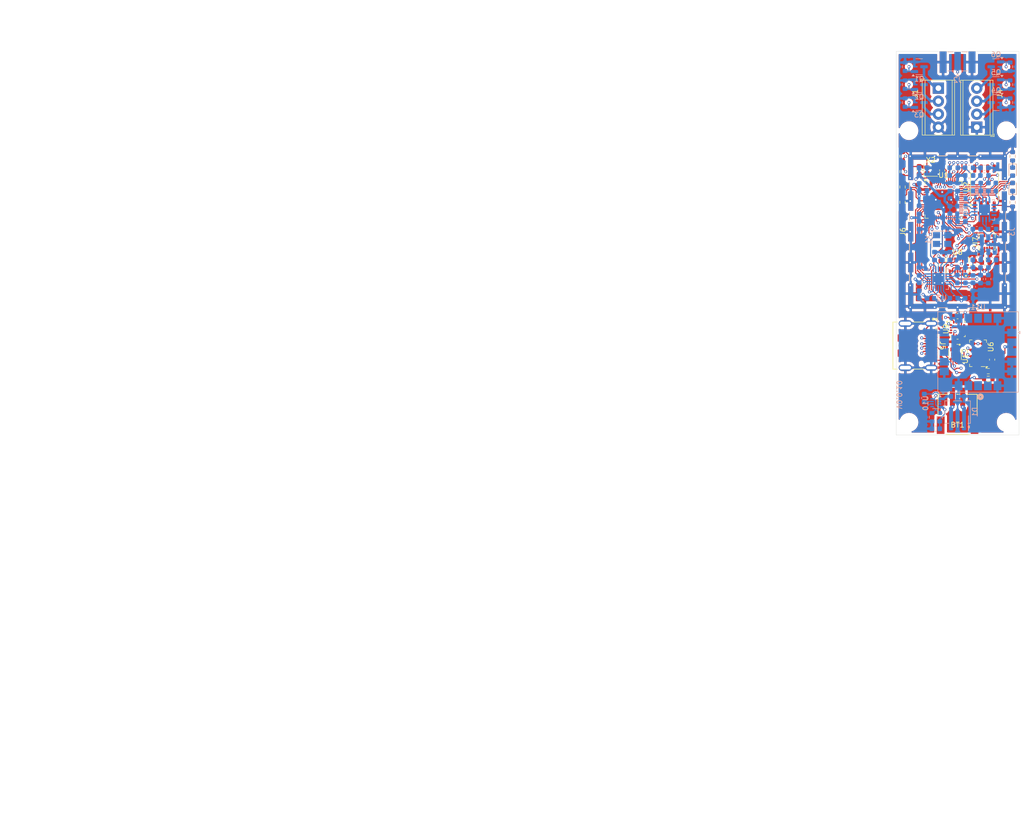
<source format=kicad_pcb>
(kicad_pcb (version 20240108) (generator "pcbnew") (generator_version "8.0")
  (title_block (title "Guesser") (date "2024-05-26") (rev "V0.0.10") (company "Mines Rocket Club") (comment 1 "Andrew Wu"))
  (layers (0 "F.Cu" signal) (1 "In1.Cu" signal) (2 "In2.Cu" signal) (31 "B.Cu" signal) (34 "B.Paste" user) (35 "F.Paste" user) (36 "B.SilkS" user "B.Silkscreen") (37 "F.SilkS" user "F.Silkscreen") (38 "B.Mask" user) (39 "F.Mask" user) (44 "Edge.Cuts" user))
  (net 0 "")
  (net 1 "VCC_{CC1190}")
  (net 2 "VCC")
  (net 3 "PA_OUT")
  (net 4 "Net-(C21-Pad1)")
  (net 5 "TR_SW")
  (net 6 "Net-(C22-Pad1)")
  (net 7 "Net-(C25-Pad2)")
  (net 8 "LNA_IN")
  (net 9 "XOSC_Q1")
  (net 10 "XOSC_Q2")
  (net 11 "Net-(C121-Pad1)")
  (net 12 "Net-(C121-Pad2)")
  (net 13 "Net-(C122-Pad1)")
  (net 14 "Net-(U9-CAP)")
  (net 15 "Net-(C124-Pad1)")
  (net 16 "Net-(U3-DCOUPL)")
  (net 17 "VCC_LNA")
  (net 18 "LNA_OUT")
  (net 19 "RF_P")
  (net 20 "RF_N")
  (net 21 "VCC_PA2")
  (net 22 "VCC_PA1")
  (net 25 "GND")
  (net 30 "Net-(U1-GPIO0)")
  (net 31 "Net-(U1-GPIO3)")
  (net 34 "Net-(U1-GPIO46)")
  (net 35 "Net-(U1-GPIO45)")
  (net 43 "/Transmitter/RF_OUT")
  (net 44 "USB_D-")
  (net 45 "USB_D+")
  (net 46 "VCC_{CC1101}")
  (net 47 "C_{2}")
  (net 48 "C_{3}")
  (net 49 "C_{1}")
  (net 50 "C_{6}")
  (net 51 "C_{4}")
  (net 52 "C_{5}")
  (net 53 "/BT-")
  (net 54 "/BT+")
  (net 55 "V_{B}")
  (net 56 "Net-(U10-SW)")
  (net 57 "Net-(U10-FB)")
  (net 58 "Net-(U5-OUT)")
  (net 59 "Net-(U5-IN)")
  (net 60 "Net-(U4-BIAS)")
  (net 61 "Net-(U3-RBIAS)")
  (net 66 "~{CS}_{RF}")
  (net 69 "~{CS}_{HI_ACC}")
  (net 71 "~{CS}_{BARO}")
  (net 72 "~{CS}_{FLASH}")
  (net 74 "SDO2")
  (net 75 "SCLK2")
  (net 76 "SDI2")
  (net 77 "SDO1")
  (net 78 "SCLK1")
  (net 79 "SDI1")
  (net 89 "~{CS}_{MAG}")
  (net 101 "~{CS}_{MAIN_ACC}")
  (net 102 "~{CS}_{GYRO}")
  (net 104 "SDO3")
  (net 105 "SCLK3")
  (net 106 "SDI3")
  (net 107 "XTAL_P")
  (net 108 "XTAL_N")
  (net 115 "SDA1")
  (net 116 "SCL1")
  (net 122 "T_{1}")
  (net 123 "T_{2}")
  (net 124 "T_{3}")
  (net 125 "T_{4}")
  (net 126 "T_{5}")
  (net 127 "T_{6}")
  (net 128 "Net-(D2-K)")
  (net 129 "LED1")
  (net 130 "Net-(D3-K)")
  (net 131 "LED2")
  (net 132 "LED3")
  (net 133 "Net-(D4-K)")
  (net 134 "LED4")
  (net 135 "Net-(D5-K)")
  (footprint "locals_but_working_PLEASE:H3LIS200DLTR" (layer "F.Cu") (at 217.75 62.25 -90)
    (property "Reference" "U7")
    (property "Value" "H3LIS200DLTR" (hide yes))
  )
  (footprint "Package_SO:SOIC-8_5.23x5.23mm_P1.27mm" (layer "F.Cu") (at 217.25 51.5 90)
    (property "Reference" "U2")
    (property "Value" "W25Q128JVS" (hide yes))
  )
  (footprint "Capacitor_SMD:C_0603_1608Metric" (layer "F.Cu") (at 215.275 66.75 90)
    (property "Reference" "C11" (hide yes))
    (property "Value" "100n" (hide yes))
  )
  (footprint "Crystal:Crystal_SMD_2016-4Pin_2.0x1.6mm" (layer "F.Cu") (at 206.75 48.25)
    (property "Reference" "X2")
    (property "Value" "XRCGB40M000F1S2GR0" (hide yes))
  )
  (footprint "locals_but_working_PLEASE:TPD4S014DSQR" (layer "F.Cu") (at 211.5 84.25 -90)
    (property "Reference" "U13")
    (property "Value" "TPD4S014DSQR")
  )
  (footprint "Resistor_SMD:R_0603_1608Metric" (layer "F.Cu") (at 201.25 54.5 -90)
    (property "Reference" "R11" (hide yes))
    (property "Value" "10k" (hide yes))
  )
  (footprint "locals_but_working_PLEASE:BMI088" (layer "F.Cu") (at 212 66.75 180)
    (property "Reference" "U8")
    (property "Value" "BMI088" (hide yes))
  )
  (footprint "LED_SMD:LED_0603_1608Metric" (layer "F.Cu") (at 222.75 48.5 -90)
    (property "Reference" "D2" (hide yes))
    (property "Value" "LED" (hide yes))
  )
  (footprint "Resistor_SMD:R_0603_1608Metric" (layer "F.Cu") (at 222.75 45.5 -90)
    (property "Reference" "R14" (hide yes))
    (property "Value" "1k" (hide yes))
  )
  (footprint "Resistor_SMD:R_0603_1608Metric" (layer "F.Cu") (at 201.25 51.5 90)
    (property "Reference" "R10" (hide yes))
    (property "Value" "10k" (hide yes))
  )
  (footprint "Resistor_SMD:R_0603_1608Metric" (layer "F.Cu") (at 222.75 54.5 90)
    (property "Reference" "R15" (hide yes))
    (property "Value" "1k" (hide yes))
  )
  (footprint "Capacitor_SMD:C_0603_1608Metric" (layer "F.Cu") (at 217.5 66.25 180)
    (property "Reference" "C8" (hide yes))
    (property "Value" "10u" (hide yes))
  )
  (footprint "MountingHole:MountingHole_3.2mm_M3" (layer "F.Cu") (at 221.5 97.5)
    (property "Reference" "H2" (hide yes))
    (property "Value" "MountingHole" (hide yes))
  )
  (footprint "MountingHole:MountingHole_3.2mm_M3" (layer "F.Cu") (at 221.5 40.5)
    (property "Reference" "H4" (hide yes))
    (property "Value" "MountingHole" (hide yes))
  )
  (footprint "MountingHole:MountingHole_3.2mm_M3" (layer "F.Cu") (at 202.5 97.5)
    (property "Reference" "H1" (hide yes))
    (property "Value" "MountingHole" (hide yes))
  )
  (footprint "Capacitor_SMD:C_0603_1608Metric" (layer "F.Cu") (at 209 48.25 90)
    (property "Reference" "C14" (hide yes))
    (property "Value" "???" (hide yes))
  )
  (footprint "locals_but_working_PLEASE:CONN_R41-B583A_MIT" (layer "F.Cu") (at 203.58 82.5 -90)
    (property "Reference" "J5")
    (property "Value" "R41-B583A")
  )
  (footprint "locals_but_working_PLEASE:CONN2_1775469-2_TEC" (layer "F.Cu") (at 212 100 180)
    (property "Reference" "BT1")
    (property "Value" "Battery_Cell" (hide yes))
  )
  (footprint "Package_DFN_QFN:QFN-56-1EP_7x7mm_P0.4mm_EP4x4mm" (layer "F.Cu") (at 209.25 54)
    (property "Reference" "U1")
    (property "Value" "ESP32-S3FN8")
  )
  (footprint "TerminalBlock_Phoenix:TerminalBlock_Phoenix_MPT-0,5-4-2.54_1x04_P2.54mm_Horizontal" (layer "F.Cu") (at 215.75 39.815 90)
    (property "Reference" "J4")
    (property "Value" "Screw_Terminal_01x06" (hide yes))
  )
  (footprint "Capacitor_SMD:C_0603_1608Metric" (layer "F.Cu") (at 217.5 64.75 180)
    (property "Reference" "C7" (hide yes))
    (property "Value" "0.1u" (hide yes))
  )
  (footprint "Capacitor_SMD:C_0603_1608Metric" (layer "F.Cu") (at 204.5 48.25 90)
    (property "Reference" "C13" (hide yes))
    (property "Value" "???" (hide yes))
  )
  (footprint "Resistor_SMD:R_0603_1608Metric" (layer "F.Cu") (at 218 87.5 180)
    (property "Reference" "R19" (hide yes))
    (property "Value" "10k" (hide yes))
  )
  (footprint "MountingHole:MountingHole_3.2mm_M3" (layer "F.Cu") (at 202.5 40.5)
    (property "Reference" "H3" (hide yes))
    (property "Value" "MountingHole" (hide yes))
  )
  (footprint "Resistor_SMD:R_0603_1608Metric" (layer "F.Cu") (at 201.25 45.5 90)
    (property "Reference" "R13" (hide yes))
    (property "Value" "10k" (hide yes))
  )
  (footprint "Capacitor_SMD:C_0603_1608Metric" (layer "F.Cu") (at 212 76.75 180)
    (property "Reference" "C9" (hide yes))
    (property "Value" "1u" (hide yes))
  )
  (footprint "RF_Shielding:Laird_Technologies_BMI-S-209-F_29.36x18.50mm" (layer "F.Cu") (at 212 60.25 90)
    (property "Reference" "J6")
    (property "Value" "BMI-S-209-F")
  )
  (footprint "locals_but_working_PLEASE:MMC5983MA" (layer "F.Cu") (at 212 79.25)
    (property "Reference" "U9")
    (property "Value" "MMC5883MA" (hide yes))
  )
  (footprint "Package_LGA:LGA-8_3x5mm_P1.25mm" (layer "F.Cu") (at 216 84 180)
    (property "Reference" "U6")
    (property "Value" "MS5607-02BA" (hide yes))
  )
  (footprint "Capacitor_SMD:C_0603_1608Metric" (layer "F.Cu") (at 218.75 85.25 90)
    (property "Reference" "C6" (hide yes))
    (property "Value" "0.1u" (hide yes))
  )
  (footprint "Resistor_SMD:R_0603_1608Metric" (layer "F.Cu") (at 201.25 48.5 -90)
    (property "Reference" "R12" (hide yes))
    (property "Value" "10k" (hide yes))
  )
  (footprint "LED_SMD:LED_0603_1608Metric" (layer "F.Cu") (at 222.75 51.5 90)
    (property "Reference" "D3" (hide yes))
    (property "Value" "LED" (hide yes))
  )
  (footprint "Capacitor_SMD:C_0603_1608Metric" (layer "F.Cu") (at 208.75 66.75 -90)
    (property "Reference" "C12" (hide yes))
    (property "Value" "100n" (hide yes))
  )
  (footprint "Capacitor_SMD:C_0603_1608Metric" (layer "F.Cu") (at 212 81.75)
    (property "Reference" "C10" (hide yes))
    (property "Value" "10u" (hide yes))
  )
  (footprint "TerminalBlock_Phoenix:TerminalBlock_Phoenix_MPT-0,5-4-2.54_1x04_P2.54mm_Horizontal" (layer "F.Cu") (at 208.25 32.185 -90)
    (property "Reference" "J1")
    (property "Value" "Screw_Terminal_01x06" (hide yes))
  )
  (footprint "Resistor_SMD:R_0603_1608Metric" (layer "F.Cu") (at 218 89 180)
    (property "Reference" "R18" (hide yes))
    (property "Value" "10k" (hide yes))
  )
  (footprint "Capacitor_SMD:C_0603_1608Metric" (layer "B.Cu") (at 215.75 65.75)
    (property "Reference" "C124" (hide yes))
    (property "Value" "100p" (hide yes))
  )
  (footprint "Capacitor_SMD:C_0603_1608Metric" (layer "B.Cu") (at 215.75 50.75)
    (property "Reference" "C21" (hide yes))
    (property "Value" "47p" (hide yes))
  )
  (footprint "Capacitor_SMD:C_0603_1608Metric" (layer "B.Cu") (at 212.75 58.25)
    (property "Reference" "C132" (hide yes))
    (property "Value" "15p" (hide yes))
  )
  (footprint "Resistor_SMD:R_0603_1608Metric" (layer "B.Cu") (at 222.75 45.5 -90)
    (property "Reference" "R16" (hide yes))
    (property "Value" "1k" (hide yes))
  )
  (footprint "Capacitor_SMD:C_0603_1608Metric" (layer "B.Cu") (at 205.25 52.25 180)
    (property "Reference" "C3" (hide yes))
    (property "Value" "220p" (hide yes))
  )
  (footprint "Resistor_SMD:R_0603_1608Metric" (layer "B.Cu") (at 212.75 53.75)
    (property "Reference" "R161" (hide yes))
    (property "Value" "10" (hide yes))
  )
  (footprint "Inductor_SMD:L_0603_1608Metric" (layer "B.Cu") (at 217.25 49.25 180)
    (property "Reference" "L22" (hide yes))
    (property "Value" "7.5n" (hide yes))
  )
  (footprint "Package_TO_SOT_SMD:SOT-23" (layer "B.Cu") (at 219.5 28 180)
    (property "Reference" "Q6")
    (property "Value" "AS2312" (hide yes))
  )
  (footprint "Capacitor_SMD:C_0603_1608Metric" (layer "B.Cu") (at 204.5 58.9625 -90)
    (property "Reference" "C1" (hide yes))
    (property "Value" "1u" (hide yes))
  )
  (footprint "Package_TO_SOT_SMD:SOT-23" (layer "B.Cu") (at 204.5 31.5)
    (property "Reference" "Q2")
    (property "Value" "AS2312" (hide yes))
  )
  (footprint "Capacitor_SMD:C_0603_1608Metric" (layer "B.Cu") (at 205.25 47.75 180)
    (property "Reference" "C2" (hide yes))
    (property "Value" "10u" (hide yes))
  )
  (footprint "Package_TO_SOT_SMD:SOT-23" (layer "B.Cu") (at 219.5 31.5 180)
    (property "Reference" "Q5")
    (property "Value" "AS2312" (hide yes))
  )
  (footprint "Package_TO_SOT_SMD:SOT-23" (layer "B.Cu") (at 219.5 35 180)
    (property "Reference" "Q4")
    (property "Value" "AS2312" (hide yes))
  )
  (footprint "Capacitor_SMD:C_0603_1608Metric" (layer "B.Cu") (at 210.5 51.5 -90)
    (property "Reference" "C30" (hide yes))
    (property "Value" "1u" (hide yes))
  )
  (footprint "Resistor_SMD:R_0603_1608Metric" (layer "B.Cu") (at 212.75 55.25)
    (property "Reference" "R151" (hide yes))
    (property "Value" "47" (hide yes))
  )
  (footprint "Capacitor_SMD:C_0603_1608Metric" (layer "B.Cu") (at 204.5 71 90)
    (property "Reference" "C41" (hide yes))
    (property "Value" "100n" (hide yes))
  )
  (footprint "Capacitor_SMD:C_0603_1608Metric" (layer "B.Cu") (at 218.75 65.75)
    (property "Reference" "C123" (hide yes))
    (property "Value" "47p" (hide yes))
  )
  (footprint "Inductor_SMD:L_0603_1608Metric" (layer "B.Cu") (at 205.5 92.75 90)
    (property "Reference" "L3" (hide yes))
    (property "Value" "0.47u" (hide yes))
  )
  (footprint "Filter:Filter_SAW-6_3.8x3.8mm" (layer "B.Cu") (at 218 62.75 -90)
    (property "Reference" "U5" (hide yes))
    (property "Value" "B39921B3728U410")
  )
  (footprint "Connector_Coaxial:SMA_Samtec_SMA-J-P-X-ST-EM1_EdgeMount" (layer "B.Cu") (at 212 27.1)
    (property "Reference" "J2")
    (property "Value" "Conn_Coaxial" (hide yes))
  )
  (footprint "Package_TO_SOT_SMD:SOT-23" (layer "B.Cu") (at 204.5 28)
    (property "Reference" "Q1")
    (property "Value" "AS2312" (hide yes))
  )
  (footprint "RF_GPS:ublox_SAM-M8Q" (layer "B.Cu") (at 216 83.75 180)
    (property "Reference" "U11")
    (property "Value" "SAM-M8Q")
  )
  (footprint "locals_but_working_PLEASE:CC1190RGVR" (layer "B.Cu") (at 217.25 56 -90)
    (property "Reference" "U4")
    (property "Value" "CC1190RGVR")
  )
  (footprint "Capacitor_SMD:C_0603_1608Metric" (layer "B.Cu") (at 217.25 47.75 180)
    (property "Reference" "C24" (hide yes))
    (property "Value" "3.3p" (hide yes))
  )
  (footprint "RF_Shielding:Laird_Technologies_BMI-S-209-F_29.36x18.50mm" (layer "B.Cu") (at 212 60.25 90)
    (property "Reference" "J3")
    (property "Value" "BMI-S-209-F")
  )
  (footprint "Capacitor_SMD:C_0603_1608Metric" (layer "B.Cu") (at 218 51.5 -90)
    (property "Reference" "C22" (hide yes))
    (property "Value" "12p" (hide yes))
  )
  (footprint "Capacitor_SMD:C_0603_1608Metric" (layer "B.Cu") (at 204.5 68 -90)
    (property "Reference" "C51" (hide yes))
    (property "Value" "100n" (hide yes))
  )
  (footprint "Package_TO_SOT_SMD:TO-269AA" (layer "B.Cu") (at 212 95.5 90)
    (property "Reference" "D1")
    (property "Value" "MB6S")
  )
  (footprint "Resistor_SMD:R_0603_1608Metric" (layer "B.Cu") (at 208.25 73.25)
    (property "Reference" "R171" (hide yes))
    (property "Value" "56k" (hide yes))
  )
  (footprint "Package_TO_SOT_SMD:SOT-23" (layer "B.Cu") (at 204.5 35)
    (property "Reference" "Q3")
    (property "Value" "AS2312" (hide yes))
  )
  (footprint "Resistor_SMD:R_0603_1608Metric" (layer "B.Cu") (at 222.25 28 -90)
    (property "Reference" "R9" (hide yes))
    (property "Value" "10k" (hide yes))
  )
  (footprint "Resistor_SMD:R_0603_1608Metric" (layer "B.Cu") (at 208.5 96.5 90)
    (property "Reference" "R2" (hide yes))
    (property "Value" "5.36k" (hide yes))
  )
  (footprint "Capacitor_SMD:C_0603_1608Metric" (layer "B.Cu") (at 210.5 54.5 -90)
    (property "Reference" "C161" (hide yes))
    (property "Value" "27p" (hide yes))
  )
  (footprint "Capacitor_SMD:C_0603_1608Metric" (layer "B.Cu") (at 217.25 67.25 180)
    (property "Reference" "C122" (hide yes))
    (property "Value" "1.5p" (hide yes))
  )
  (footprint "Capacitor_SMD:C_0603_1608Metric" (layer "B.Cu") (at 210.5 65 -90)
    (property "Reference" "C101" (hide yes))
    (property "Value" "15p" (hide yes))
  )
  (footprint "Inductor_SMD:L_0603_1608Metric" (layer "B.Cu") (at 212.75 68.75)
    (property "Reference" "L121" (hide yes))
    (property "Value" "12n" (hide yes))
  )
  (footprint "Inductor_SMD:L_0603_1608Metric" (layer "B.Cu") (at 218 69.5 -90)
    (property "Reference" "L132" (hide yes))
    (property "Value" "18n" (hide yes))
  )
  (footprint "Capacitor_SMD:C_0603_1608Metric" (layer "B.Cu") (at 211.25 73.25)
    (property "Reference" "C151" (hide yes))
    (property "Value" "100n" (hide yes))
  )
  (footprint "Capacitor_SMD:C_0603_1608Metric" (layer "B.Cu") (at 213.5 51.5 -90)
    (property "Reference" "C27" (hide yes))
    (property "Value" "1n" (hide yes))
  )
  (footprint "Crystal:Crystal_SMD_3225-4Pin_3.2x2.5mm" (layer "B.Cu") (at 209 61.775)
    (property "Reference" "X1")
    (property "Value" "STDCRG2-27M" (hide yes))
  )
  (footprint "Inductor_SMD:L_0603_1608Metric" (layer "B.Cu") (at 211.25 47.75)
    (property "Reference" "L24" (hide yes))
    (property "Value" "9.1n" (hide yes))
  )
  (footprint "Capacitor_SMD:C_0603_1608Metric" (layer "B.Cu") (at 209 65 -90)
    (property "Reference" "C91" (hide yes))
    (property "Value" "100n" (hide yes))
  )
  (footprint "Capacitor_SMD:C_0603_1608Metric" (layer "B.Cu") (at 214.25 49.25)
    (property "Reference" "C25" (hide yes))
    (property "Value" "7.5p" (hide yes))
  )
  (footprint "Capacitor_SMD:C_0603_1608Metric" (layer "B.Cu") (at 212 51.5 -90)
    (property "Reference" "C26" (hide yes))
    (property "Value" "47p" (hide yes))
  )
  (footprint "Capacitor_SMD:C_0603_1608Metric" (layer "B.Cu") (at 207.5 65 90)
    (property "Reference" "C81" (hide yes))
    (property "Value" "12p" (hide yes))
  )
  (footprint "Inductor_SMD:L_0603_1608Metric" (layer "B.Cu") (at 215 68 90)
    (property "Reference" "L122" (hide yes))
    (property "Value" "18n" (hide yes))
  )
  (footprint "Capacitor_SMD:C_0603_1608Metric" (layer "B.Cu") (at 219.5 51.5 -90)
    (property "Reference" "C52" (hide yes))
    (property "Value" "12p" (hide yes))
  )
  (footprint "Capacitor_SMD:C_0603_1608Metric" (layer "B.Cu") (at 205.25 73.25)
    (property "Reference" "C181" (hide yes))
    (property "Value" "100n" (hide yes))
  )
  (footprint "Capacitor_SMD:C_0603_1608Metric" (layer "B.Cu") (at 216.5 69.5 -90)
    (property "Reference" "C121" (hide yes))
    (property "Value" "1p" (hide yes))
  )
  (footprint "Resistor_SMD:R_0603_1608Metric" (layer "B.Cu") (at 212.75 56.75)
    (property "Reference" "R141" (hide yes))
    (property "Value" "3.3k" (hide yes))
  )
  (footprint "Capacitor_SMD:C_0603_1608Metric" (layer "B.Cu") (at 207.75 98.75 180)
    (property "Reference" "C4" (hide yes))
    (property "Value" "10u" (hide yes))
  )
  (footprint "LED_SMD:LED_0603_1608Metric" (layer "B.Cu") (at 222.75 48.5 -90)
    (property "Reference" "D4" (hide yes))
    (property "Value" "LED" (hide yes))
  )
  (footprint "Package_TO_SOT_SMD:SOT-583-8" (layer "B.Cu") (at 207.75 93.675 180)
    (property "Reference" "U10")
    (property "Value" "TPS61033DRLR")
  )
  (footprint "Resistor_SMD:R_0603_1608Metric" (layer "B.Cu") (at 222.25 35 -90)
    (property "Reference" "R7" (hide yes))
    (property "Value" "10k" (hide yes))
  )
  (footprint "Resistor_SMD:R_0603_1608Metric" (layer "B.Cu") (at 201.75 28 90)
    (property "Reference" "R4" (hide yes))
    (property "Value" "10k" (hide yes))
  )
  (footprint "Inductor_SMD:L_0603_1608Metric" (layer "B.Cu") (at 210.5 57.5 -90)
    (property "Reference" "L130" (hide yes))
    (property "Value" "1.5n" (hide yes))
  )
  (footprint "Capacitor_SMD:C_0603_1608Metric" (layer "B.Cu") (at 212.75 67.25 180)
    (property "Reference" "C111" (hide yes))
    (property "Value" "100n" (hide yes))
  )
  (footprint "Resistor_SMD:R_0603_1608Metric" (layer "B.Cu") (at 201.75 31.5 90)
    (property "Reference" "R5" (hide yes))
    (property "Value" "10k" (hide yes))
  )
  (footprint "Inductor_SMD:L_0603_1608Metric" (layer "B.Cu") (at 214.25 47.75)
    (property "Reference" "L23" (hide yes))
    (property "Value" "2.9n" (hide yes))
  )
  (footprint "Resistor_SMD:R_0603_1608Metric" (layer "B.Cu") (at 201.75 35 90)
    (property "Reference" "R6" (hide yes))
    (property "Value" "10k" (hide yes))
  )
  (footprint "Capacitor_SMD:C_0603_1608Metric" (layer "B.Cu") (at 215 71 90)
    (property "Reference" "C131" (hide yes))
    (property "Value" "1.5p" (hide yes))
  )
  (footprint "LED_SMD:LED_0603_1608Metric" (layer "B.Cu") (at 222.75 51.5 90)
    (property "Reference" "D5" (hide yes))
    (property "Value" "LED" (hide yes))
  )
  (footprint "Inductor_SMD:L_0603_1608Metric" (layer "B.Cu") (at 215.75 52.25)
    (property "Reference" "L21" (hide yes))
    (property "Value" "22n" (hide yes))
  )
  (footprint "Inductor_SMD:L_0603_1608Metric" (layer "B.Cu") (at 212.75 70.25 180)
    (property "Reference" "L131" (hide yes))
    (property "Value" "12n" (hide yes))
  )
  (footprint "Capacitor_SMD:C_0603_1608Metric" (layer "B.Cu") (at 214.25 73.25 180)
    (property "Reference" "C141" (hide yes))
    (property "Value" "100n" (hide yes))
  )
  (footprint "Resistor_SMD:R_0603_1608Metric" (layer "B.Cu") (at 207 96.5 -90)
    (property "Reference" "R3" (hide yes))
    (property "Value" "1.2k" (hide yes))
  )
  (footprint "Resistor_SMD:R_0603_1608Metric" (layer "B.Cu") (at 222.75 54.5 90)
    (property "Reference" "R17" (hide yes))
    (property "Value" "1k" (hide yes))
  )
  (footprint "Inductor_SMD:L_0603_1608Metric" (layer "B.Cu") (at 204.5 50 90)
    (property "Reference" "L2" (hide yes))
    (property "Value" "11n" (hide yes))
  )
  (footprint "Capacitor_SMD:C_0603_1608Metric" (layer "B.Cu") (at 211.25 49.25 180)
    (property "Reference" "C28" (hide yes))
    (property "Value" "???" (hide yes))
  )
  (footprint "Capacitor_SMD:C_0603_1608Metric" (layer "B.Cu") (at 215.75 59.75)
    (property "Reference" "C125" (hide yes))
    (property "Value" "0.8p" (hide yes))
  )
  (footprint "Inductor_SMD:L_0603_1608Metric" (layer "B.Cu") (at 218.75 59.75 180)
    (property "Reference" "L25" (hide yes))
    (property "Value" "10n" (hide yes))
  )
  (footprint "Inductor_SMD:L_0603_1608Metric" (layer "B.Cu") (at 204.5 55.9625 -90)
    (property "Reference" "L1" (hide yes))
    (property "Value" "1k" (hide yes))
  )
  (footprint "Resistor_SMD:R_0603_1608Metric" (layer "B.Cu") (at 222.25 31.5 -90)
    (property "Reference" "R8" (hide yes))
    (property "Value" "10k" (hide yes))
  )
  (footprint "locals_but_working_PLEASE:CC1101RGPR" (layer "B.Cu") (at 208.25 69.5)
    (property "Reference" "U3")
    (property "Value" "CC1101RGPR")
  )
  (gr_rect (start 200 25) (end 224 100) (stroke (width 0.05)) (fill none) (layer "Edge.Cuts"))
  (gr_text "${REVISION}" (at 200 95 270) (layer "B.SilkS") (effects (font (size 1 1)) (justify left bottom mirror)))
  (via (at 203.850002 49.96819) (size 0.6) (drill 0.3) (layers "F.Cu" "B.Cu") (net 1))
  (via (at 211.750002 53) (size 0.6) (drill 0.3) (layers "F.Cu" "B.Cu") (net 1))
  (segment (start 211.925 55.25) (end 211.925 53.75) (width 0.2) (layer "B.Cu") (net 1))
  (segment (start 214.9625 52.25) (end 213.525 52.25) (width 0.2) (layer "B.Cu") (net 1))
  (segment (start 204.5 49.2125) (end 204.5 49.318192) (width 0.5) (layer "B.Cu") (net 1))
  (segment (start 210.5 55.25) (end 209.5 54.25) (width 0.5) (layer "B.Cu") (net 1))
  (segment (start 204.5 49.25) (end 205.25 50) (width 0.5) (layer "B.Cu") (net 1))
  (segment (start 204.5 49.2125) (end 204.5 47.775) (width 0.5) (layer "B.Cu") (net 1))
  (segment (start 208.5 53.25) (end 207.525 52.275) (width 0.5) (layer "B.Cu") (net 1))
  (segment (start 212 53) (end 211.750002 53) (width 0.2) (layer "B.Cu") (net 1))
  (segment (start 209.5 53.25) (end 208.5 53.25) (width 0.5) (layer "B.Cu") (net 1))
  (segment (start 212 53) (end 212 53.675) (width 0.2) (layer "B.Cu") (net 1))
  (segment (start 212 52.275) (end 212 53) (width 0.2) (layer "B.Cu") (net 1))
  (segment (start 210.5 56.7125) (end 210.5 55.275) (width 0.2) (layer "B.Cu") (net 1))
  (segment (start 207.525 52.275) (end 205.25 50) (width 0.5) (layer "B.Cu") (net 1))
  (segment (start 209.5 54.25) (end 209.5 53.25) (width 0.5) (layer "B.Cu") (net 1))
  (segment (start 204.5 49.318192) (end 203.850002 49.96819) (width 0.5) (layer "B.Cu") (net 1))
  (segment (start 210.5 52.275) (end 212 52.275) (width 0.2) (layer "B.Cu") (net 1))
  (segment (start 210.475 52.275) (end 209.5 53.25) (width 0.5) (layer "B.Cu") (net 1))
  (segment (start 212 52.275) (end 213.5 52.275) (width 0.2) (layer "B.Cu") (net 1))
  (segment (start 210.5 55.275) (end 210.5 55.25) (width 0.5) (layer "B.Cu") (net 1))
  (segment (start 210.5 52.275) (end 210.475 52.275) (width 0.5) (layer "B.Cu") (net 1))
  (segment (start 211.925 55.25) (end 210.525 55.25) (width 0.2) (layer "B.Cu") (net 1))
  (segment (start 212.5 67.5) (end 212.5 67.915) (width 0.2) (layer "F.Cu") (net 2))
  (segment (start 219.535 61.459526) (end 219.535 62.040474) (width 0.2) (layer "F.Cu") (net 2))
  (segment (start 203.943504 51) (end 203.5 51) (width 0.5) (layer "F.Cu") (net 2))
  (segment (start 206.874999 83.874999) (end 206.625002 83.625002) (width 0.2) (layer "F.Cu") (net 2))
  (segment (start 215.345 47.372815) (end 215.751055 46.96676) (width 0.2) (layer "F.Cu") (net 2))
  (segment (start 212.2 79) (end 212.75 78.45) (width 0.2) (layer "F.Cu") (net 2))
  (segment (start 211.25 66.25) (end 211.5 66) (width 0.2) (layer "F.Cu") (net 2))
  (segment (start 212.68 67.32) (end 212.625 67.375) (width 0.2) (layer "F.Cu") (net 2))
  (segment (start 210.879036 66.800942) (end 212.050942 66.800942) (width 0.2) (layer "F.Cu") (net 2))
  (segment (start 219.225 63.005) (end 219.225 64.25) (width 0.2) (layer "F.Cu") (net 2))
  (segment (start 219.325474 62.25) (end 218.97 62.25) (width 0.2) (layer "F.Cu") (net 2))
  (segment (start 205.125001 81.125001) (end 205 81) (width 0.2) (layer "F.Cu") (net 2))
  (segment (start 205.949401 83.625002) (end 205.374998 83.625002) (width 0.2) (layer "F.Cu") (net 2))
  (segment (start 218.825 87.5) (end 218.825 86.825) (width 0.2) (layer "F.Cu") (net 2))
  (segment (start 205.800001 52) (end 204.943504 52) (width 0.5) (layer "F.Cu") (net 2))
  (segment (start 207.5494 83.874999) (end 206.874999 83.874999) (width 0.2) (layer "F.Cu") (net 2))
  (segment (start 210.65 49.1) (end 211.25 48.5) (width 0.2) (layer "F.Cu") (net 2))
  (segment (start 210.65 50.55) (end 210.65 49.1) (width 0.2) (layer "F.Cu") (net 2))
  (segment (start 219.535 62.040474) (end 219.325474 62.25) (width 0.2) (layer "F.Cu") (net 2))
  (segment (start 218.825 86.825) (end 218.75 86.75) (width 0.2) (layer "F.Cu") (net 2))
  (segment (start 211 66.25) (end 211.25 66.25) (width 0.2) (layer "F.Cu") (net 2))
  (segment (start 205.8 52.2) (end 205.800001 52) (width 0.2) (layer "F.Cu") (net 2))
  (segment (start 206.65 50.55) (end 206.85 50.55) (width 0.2) (layer "F.Cu") (net 2))
  (segment (start 218.275 66.975) (end 218.275 66.25) (width 0.5) (layer "F.Cu") (net 2))
  (segment (start 212.625 67.375) (end 212.5 67.5) (width 0.2) (layer "F.Cu") (net 2))
  (segment (start 218.75 86.025) (end 219.225 86.025) (width 0.2) (layer "F.Cu") (net 2))
  (segment (start 205.800001 52) (end 205.800001 51.8) (width 0.2) (layer "F.Cu") (net 2))
  (segment (start 212.75 78.45) (end 212.75 77.975) (width 0.2) (layer "F.Cu") (net 2))
  (segment (start 218.97 62.75) (end 219.225 63.005) (width 0.2) (layer "F.Cu") (net 2))
  (segment (start 204.943504 52) (end 203.943504 51) (width 0.5) (layer "F.Cu") (net 2))
  (segment (start 206.625001 81.125001) (end 205.949401 81.125001) (width 0.2) (layer "F.Cu") (net 2))
  (segment (start 206.85 50.55) (end 207.05 50.550001) (width 0.2) (layer "F.Cu") (net 2))
  (segment (start 215.345 47.9) (end 215.345 47.372815) (width 0.2) (layer "F.Cu") (net 2))
  (segment (start 217.075 85.875) (end 218.6 85.875) (width 0.2) (layer "F.Cu") (net 2))
  (segment (start 218.725 64.75) (end 218.275 64.75) (width 0.2) (layer "F.Cu") (net 2))
  (segment (start 206 52) (end 205.800001 52) (width 0.5) (layer "F.Cu") (net 2))
  (segment (start 210.75 66.25) (end 211 66.25) (width 0.2) (layer "F.Cu") (net 2))
  (segment (start 219.225 86.025) (end 221.25 84) (width 0.2) (layer "F.Cu") (net 2))
  (segment (start 206.85 50.55) (end 206.85 50.7) (width 0.2) (layer "F.Cu") (net 2))
  (segment (start 221.25 84) (end 221.25 82.75) (width 0.2) (layer "F.Cu") (net 2))
  (segment (start 218.275 64.75) (end 218.275 66.25) (width 0.2) (layer "F.Cu") (net 2))
  (segment (start 209.025 66.25) (end 210.75 66.25) (width 0.2) (layer "F.Cu") (net 2))
  (segment (start 205.949401 81.125001) (end 205.125001 81.125001) (width 0.2) (layer "F.Cu") (net 2))
  (segment (start 218.75 86.75) (end 218.75 86.025) (width 0.2) (layer "F.Cu") (net 2))
  (segment (start 211.5 66) (end 211.5 65.585) (width 0.2) (layer "F.Cu") (net 2))
  (segment (start 205.374998 83.625002) (end 205 84) (width 0.2) (layer "F.Cu") (net 2))
  (segment (start 208.75 65.975) (end 209.025 66.25) (width 0.2) (layer "F.Cu") (net 2))
  (segment (start 212.775 76.725) (end 213.5 76) (width 0.2) (layer "F.Cu") (net 2))
  (segment (start 218.97 62.75) (end 218.97 62.25) (width 0.2) (layer "F.Cu") (net 2))
  (segment (start 218.825 89) (end 218.825 87.5) (width 0.2) (layer "F.Cu") (net 2))
  (segment (start 212.050942 66.800942) (end 212.625 67.375) (width 0.2) (layer "F.Cu") (net 2))
  (segment (start 216.775 67.525) (end 215.275 67.525) (width 0.5) (layer "F.Cu") (net 2))
  (segment (start 207.5494 81.374998) (end 206.874998 81.374998) (width 0.2) (layer "F.Cu") (net 2))
  (segment (start 208.65 56.9) (end 208.25 56.5) (width 0.2) (layer "F.Cu") (net 2))
  (segment (start 206.625002 83.625002) (end 205.949401 83.625002) (width 0.2) (layer "F.Cu") (net 2))
  (segment (start 217.25 68) (end 218.275 66.975) (width 0.5) (layer "F.Cu") (net 2))
  (segment (start 215.07 67.32) (end 212.68 67.32) (width 0.2) (layer "F.Cu") (net 2))
  (segment (start 210.75 66.25) (end 210.75 66.671906) (width 0.2) (layer "F.Cu") (net 2))
  (segment (start 212.75 77.975) (end 212.75 76.775) (width 0.2) (layer "F.Cu") (net 2))
  (segment (start 206.85 50.7) (end 206.85 51.65) (width 0.5) (layer "F.Cu") (net 2))
  (segment (start 210.725 79) (end 212.2 79) (width 0.2) (layer "F.Cu") (net 2))
  (segment (start 206.874998 81.374998) (end 206.625001 81.125001) (width 0.2) (layer "F.Cu") (net 2))
  (segment (start 206.5 52) (end 206 52) (width 0.5) (layer "F.Cu") (net 2))
  (segment (start 210.75 66.671906) (end 210.879036 66.800942) (width 0.2) (layer "F.Cu") (net 2))
  (segment (start 217.25 68) (end 216.775 67.525) (width 0.5) (layer "F.Cu") (net 2))
  (segment (start 219.105474 61.03) (end 219.535 61.459526) (width 0.2) (layer "F.Cu") (net 2))
  (segment (start 208.65 57.449999) (end 208.65 56.9) (width 0.2) (layer "F.Cu") (net 2))
  (segment (start 218.75 61.03) (end 219.105474 61.03) (width 0.2) (layer "F.Cu") (net 2))
  (segment (start 219.225 64.25) (end 218.725 64.75) (width 0.2) (layer "F.Cu") (net 2))
  (segment (start 206.85 51.65) (end 206.5 52) (width 0.5) (layer "F.Cu") (net 2))
  (segment (start 215.275 67.525) (end 215.07 67.32) (width 0.2) (layer "F.Cu") (net 2))
  (via (at 209.5 95) (size 0.6) (drill 0.3) (layers "F.Cu" "B.Cu") (net 2))
  (via (at 205 81) (size 0.6) (drill 0.3) (layers "F.Cu" "B.Cu") (net 2))
  (via (at 215.751055 46.96676) (size 0.6) (drill 0.3) (layers "F.Cu" "B.Cu") (net 2))
  (via (at 213.5 76) (size 0.6) (drill 0.3) (layers "F.Cu" "B.Cu") (net 2))
  (via (at 203.5 51) (size 0.6) (drill 0.3) (layers "F.Cu" "B.Cu") (net 2))
  (via (at 208.25 56.5) (size 0.6) (drill 0.3) (layers "F.Cu" "B.Cu") (net 2))
  (via (at 221.25 82.75) (size 0.6) (drill 0.3) (layers "F.Cu" "B.Cu") (net 2))
  (via (at 217.25 68) (size 0.6) (drill 0.3) (layers "F.Cu" "B.Cu") (net 2))
  (via (at 204.5 53.25) (size 0.6) (drill 0.3) (layers "F.Cu" "B.Cu") (net 2))
  (via (at 210.879036 66.800942) (size 0.6) (drill 0.3) (layers "F.Cu" "B.Cu") (net 2))
  (via (at 211.25 48.5) (size 0.6) (drill 0.3) (layers "F.Cu" "B.Cu") (net 2))
  (via (at 207.75 92.25) (size 0.6) (drill 0.3) (layers "F.Cu" "B.Cu") (net 2))
  (via (at 205 84) (size 0.6) (drill 0.3) (layers "F.Cu" "B.Cu") (net 2))
  (segment (start 208.10864 94.425) (end 208.49 94.425) (width 0.2) (layer "B.Cu") (net 2))
  (segment (start 207.75 94.06636) (end 208.10864 94.425) (width 0.2) (layer "B.Cu") (net 2))
  (segment (start 204.5 53.75) (end 204.5 53.25) (width 0.5) (layer "B.Cu") (net 2))
  (segment (start 209.5 95) (end 209.025 94.525) (width 0.5) (layer "B.Cu") (net 2))
  (segment (start 208.5 96.862648) (end 208.5 97.325) (width 0.2) (layer "B.Cu") (net 2))
  (segment (start 208.5 98.725) (end 208.525 98.75) (width 0.2) (layer "B.Cu") (net 2))
  (segment (start 222.6 83.75) (end 222.6 82.75) (width 0.5) (layer "B.Cu") (net 2))
  (segment (start 207.75 93.28364) (end 207.75 94.06636) (width 0.2) (layer "B.Cu") (net 2))
  (segment (start 222.6 82.75) (end 222.6 81.85) (width 0.5) (layer "B.Cu") (net 2))
  (segment (start 204 51.5) (end 204.5 51.5) (width 0.2) (layer "B.Cu") (net 2))
  (segment (start 204.5 50.7875) (end 204.5 51.5) (width 0.5) (layer "B.Cu") (net 2))
  (segment (start 204.5 55.175) (end 204.5 53.75) (width 0.5) (layer "B.Cu") (net 2))
  (segment (start 207.01 92.925) (end 207.39136 92.925) (width 0.2) (layer "B.Cu") (net 2))
  (segment (start 209.025 94.525) (end 208.49 94.525) (width 0.5) (layer "B.Cu") (net 2))
  (segment (start 207.75 92.25) (end 207.75 92.56636) (width 0.2) (layer "B.Cu") (net 2))
  (segment (start 209.5 95.862648) (end 208.5 96.862648) (width 0.2) (layer "B.Cu") (net 2))
  (segment (start 222.6 82.75) (end 221.25 82.75) (width 0.5) (layer "B.Cu") (net 2))
  (segment (start 207.39136 92.925) (end 207.75 93.28364) (width 0.2) (layer "B.Cu") (net 2))
  (segment (start 204.5 53.25) (end 204.5 52.275) (width 0.5) (layer "B.Cu") (net 2))
  (segment (start 207.75 92.56636) (end 207.39136 92.925) (width 0.2) (layer "B.Cu") (net 2))
  (segment (start 204.5 51.5) (end 204.5 52.225) (width 0.5) (layer "B.Cu") (net 2))
  (segment (start 208.5 97.325) (end 208.5 98.725) (width 0.2) (layer "B.Cu") (net 2))
  (segment (start 203.5 51) (end 204 51.5) (width 0.2) (layer "B.Cu") (net 2))
  (segment (start 209.5 95) (end 209.5 95.862648) (width 0.2) (layer "B.Cu") (net 2))
  (segment (start 216.5375 52.25) (end 216.5375 50.7625) (width 0.2) (layer "B.Cu") (net 3))
  (segment (start 216.5375 53.0375) (end 216.5375 52.25) (width 0.2) (layer "B.Cu") (net 3))
  (segment (start 216.925 54.14) (end 216.925 53.425) (width 0.2) (layer "B.Cu") (net 3))
  (segment (start 216.925 53.425) (end 216.5375 53.0375) (width 0.2) (layer "B.Cu") (net 3))
  (segment (start 216.4625 49.2625) (end 214.975 50.75) (width 0.2) (layer "B.Cu") (net 4))
  (segment (start 216.475 47.75) (end 215.0375 47.75) (width 0.2) (layer "B.Cu") (net 4))
  (segment (start 216.475 47.75) (end 216.475 49.2375) (width 0.2) (layer "B.Cu") (net 4))
  (segment (start 218 53.25) (end 218 52.275) (width 0.2) (layer "B.Cu") (net 5))
  (segment (start 219.5 50.775) (end 218 52.275) (width 0.2) (layer "B.Cu") (net 5))
  (segment (start 218.225 54.14) (end 218.225 53.475) (width 0.2) (layer "B.Cu") (net 5))
  (segment (start 218.225 53.475) (end 218 53.25) (width 0.2) (layer "B.Cu") (net 5))
  (segment (start 218 50.725) (end 218 49.2875) (width 0.2) (layer "B.Cu") (net 6))
  (segment (start 214.9625 49.25) (end 213.4625 47.75) (width 0.2) (layer "B.Cu") (net 7))
  (segment (start 213.4625 47.75) (end 212.0375 47.75) (width 0.2) (layer "B.Cu") (net 7))
  (segment (start 219.725 55.025) (end 219.11 55.025) (width 0.2) (layer "B.Cu") (net 8))
  (segment (start 220 53.75) (end 220 54.75) (width 0.2) (layer "B.Cu") (net 8))
  (segment (start 219.5 53.25) (end 220 53.75) (width 0.2) (layer "B.Cu") (net 8))
  (segment (start 219.5 52.275) (end 219.5 53.25) (width 0.2) (layer "B.Cu") (net 8))
  (segment (start 220 54.75) (end 219.725 55.025) (width 0.2) (layer "B.Cu") (net 8))
  (segment (start 206.725 61.9) (end 207.7 60.925) (width 0.2) (layer "B.Cu") (net 9))
  (segment (start 208.25 67.63) (end 208.25 66.525) (width 0.2) (layer "B.Cu") (net 9))
  (segment (start 206.725 65) (end 206.725 61.9) (width 0.2) (layer "B.Cu") (net 9))
  (segment (start 208.25 66.525) (end 207.5 65.775) (width 0.2) (layer "B.Cu") (net 9))
  (segment (start 207.5 65.775) (end 206.725 65) (width 0.2) (layer "B.Cu") (net 9))
  (segment (start 211.275 63.7) (end 210.2 62.625) (width 0.2) (layer "B.Cu") (net 10))
  (segment (start 209.25 67.025) (end 210.5 65.775) (width 0.2) (layer "B.Cu") (net 10))
  (segment (start 209.25 67.63) (end 209.25 67.025) (width 0.2) (layer "B.Cu") (net 10))
  (segment (start 211.275 65) (end 211.275 63.7) (width 0.2) (layer "B.Cu") (net 10))
  (segment (start 210.5 65.775) (end 211.275 65) (width 0.2) (layer "B.Cu") (net 10))
  (segment (start 215 68.7875) (end 216.4375 68.7875) (width 0.2) (layer "B.Cu") (net 11))
  (segment (start 213.5375 68.75) (end 214.9625 68.75) (width 0.2) (layer "B.Cu") (net 11))
  (segment (start 216.475 67.25) (end 216.475 68.7) (width 0.2) (layer "B.Cu") (net 11))
  (segment (start 216.5 70.275) (end 217.9875 70.275) (width 0.2) (layer "B.Cu") (net 12))
  (segment (start 213.5375 70.25) (end 214.975 70.25) (width 0.2) (layer "B.Cu") (net 12))
  (segment (start 216.5 70.275) (end 215.05 70.275) (width 0.2) (layer "B.Cu") (net 12))
  (segment (start 218 68.7125) (end 218 67.275) (width 0.2) (layer "B.Cu") (net 13))
  (segment (start 218.025 67.25) (end 219.525 65.75) (width 0.2) (layer "B.Cu") (net 13))
  (segment (start 213.275 79.5) (end 213.75 79.5) (width 0.2) (layer "F.Cu") (net 14))
  (segment (start 213.75 79.5) (end 214 79.75) (width 0.2) (layer "F.Cu") (net 14))
  (segment (start 212.775 81.75) (end 214 80.525) (width 0.2) (layer "F.Cu") (net 14))
  (segment (start 214 80.525) (end 214 79.75) (width 0.2) (layer "F.Cu") (net 14))
  (segment (start 215 67.2125) (end 215 65.775) (width 0.2) (layer "B.Cu") (net 15))
  (segment (start 205.585785 68.5) (end 206.38 68.5) (width 0.2) (layer "B.Cu") (net 16))
  (segment (start 204.5 68.775) (end 205.310785 68.775) (width 0.2) (layer "B.Cu") (net 16))
  (segment (start 205.310785 68.775) (end 205.585785 68.5) (width 0.2) (layer "B.Cu") (net 16))
  (segment (start 212.75 59.025) (end 211.2375 59.025) (width 0.2) (layer "B.Cu") (net 17))
  (segment (start 214.775 56.975) (end 213.525 58.225) (width 0.2) (layer "B.Cu") (net 17))
  (segment (start 211.2375 59.025) (end 210.5 58.2875) (width 0.2) (layer "B.Cu") (net 17))
  (segment (start 213.525 58.25) (end 212.75 59.025) (width 0.2) (layer "B.Cu") (net 17))
  (segment (start 215.39 56.975) (end 214.775 56.975) (width 0.2) (layer "B.Cu") (net 17))
  (segment (start 217.9625 59.75) (end 217.575 59.3625) (width 0.2) (layer "B.Cu") (net 18))
  (segment (start 217.575 59.3625) (end 217.575 57.86) (width 0.2) (layer "B.Cu") (net 18))
  (segment (start 216.925 58.7125) (end 217.575 59.3625) (width 0.2) (layer "B.Cu") (net 18))
  (segment (start 216.925 57.86) (end 216.925 58.7125) (width 0.2) (layer "B.Cu") (net 18))
  (segment (start 211.5 68.75) (end 211.25 69) (width 0.2) (layer "B.Cu") (net 19))
  (segment (start 211.9625 68.75) (end 211.5 68.75) (width 0.2) (layer "B.Cu") (net 19))
  (segment (start 211.25 69) (end 210.12 69) (width 0.2) (layer "B.Cu") (net 19))
  (segment (start 211.2125 69.5) (end 211.9625 70.25) (width 0.2) (layer "B.Cu") (net 20))
  (segment (start 210.12 69.5) (end 211.2125 69.5) (width 0.2) (layer "B.Cu") (net 20))
  (segment (start 214.675 55.675) (end 214.25 55.25) (width 0.2) (layer "B.Cu") (net 21))
  (segment (start 215.39 55.675) (end 214.675 55.675) (width 0.2) (layer "B.Cu") (net 21))
  (segment (start 214.25 55.25) (end 213.575 55.25) (width 0.2) (layer "B.Cu") (net 21))
  (segment (start 215.39 55.025) (end 214.775 55.025) (width 0.2) (layer "B.Cu") (net 22))
  (segment (start 214.775 55.025) (end 213.575 53.825) (width 0.2) (layer "B.Cu") (net 22))
  (segment (start 211.5 85.75) (end 211.75 86) (width 0.2) (layer "F.Cu") (net 25))
  (segment (start 213.35 69.1) (end 214.25 69.1) (width 0.2) (layer "F.Cu") (net 25))
  (segment (start 222.075 44.675) (end 221.25 45.5) (width 0.2) (layer "F.Cu") (net 25))
  (segment (start 215.275 65.975) (end 215.275 64.475) (width 0.2) (layer "F.Cu") (net 25))
  (segment (start 221.25 60.25) (end 221.25 58.75) (width 0.5) (layer "F.Cu") (net 25))
  (segment (start 201.25 49.325) (end 201.25 50.675) (width 0.2) (layer "F.Cu") (net 25))
  (segment (start 221.25 66.25) (end 221.25 67.75) (width 0.5) (layer "F.Cu") (net 25))
  (segment (start 218.614526 61.75) (end 218.97 61.75) (width 0.2) (layer "F.Cu") (net 25))
  (segment (start 207.5494 86.12) (end 206.8494 86.82) (width 0.2) (layer "F.Cu") (net 25))
  (segment (start 218 62) (end 218 62.5) (width 0.2) (layer "F.Cu") (net 25))
  (segment (start 218.25 63.47) (end 218.25 63.825474) (width 0.2) (layer "F.Cu") (net 25))
  (segment (start 201.925 44.675) (end 202.75 45.5) (width 0.2) (layer "F.Cu") (net 25))
  (segment (start 221.15 55.1) (end 221.25 55) (width 0.2) (layer "F.Cu") (net 25))
  (segment (start 216.725 66.25) (end 216 66.25) (width 0.2) (layer "F.Cu") (net 25))
  (segment (start 212.75 68.75) (end 213 68.5) (width 0.2) (layer "F.Cu") (net 25))
  (segment (start 221.25 60.25) (end 221.25 61.75) (width 0.5) (layer "F.Cu") (net 25))
  (segment (start 217.25 64.035) (end 217.25 64.225) (width 0.2) (layer "F.Cu") (net 25))
  (segment (start 206 47.75) (end 206 45.5) (width 0.2) (layer "F.Cu") (net 25))
  (segment (start 205.949401 79.079999) (end 206.8494 78.18) (width 0.2) (layer "F.Cu") (net 25))
  (segment (start 216.725 66.25) (end 216.725 64.75) (width 0.2) (layer "F.Cu") (net 25))
  (segment (start 211.5 85.235) (end 211.5 85.75) (width 0.2) (layer "F.Cu") (net 25))
  (segment (start 213.275 79) (end 212.8 79) (width 0.2) (layer "F.Cu") (net 25))
  (segment (start 212 67.915) (end 212 67.5) (width 0.2) (layer "F.Cu") (net 25))
  (segment (start 219.155 55.1) (end 221.15 55.1) (width 0.2) (layer "F.Cu") (net 25))
  (segment (start 205.225 47.475) (end 204.5 47.475) (width 0.2) (layer "F.Cu") (net 25))
  (segment (start 212 45.5) (end 210.5 45.5) (width 0.5) (layer "F.Cu") (net 25))
  (segment (start 221.25 66.25) (end 221.25 64.75) (width 0.5) (layer "F.Cu") (net 25))
  (segment (start 217.075 84.625) (end 217.075 83.375) (width 0.2) (layer "F.Cu") (net 25))
  (segment (start 217.25 64.225) (end 216.725 64.75) (width 0.2) (layer "F.Cu") (net 25))
  (segment (start 201.25 44.675) (end 201.25 43.75) (width 0.2) (layer "F.Cu") (net 25))
  (segment (start 208.275 49.025) (end 208.25 49) (width 0.2) (layer "F.Cu") (net 25))
  (segment (start 211.75 70.25) (end 214.75 70.25) (width 0.2) (layer "F.Cu") (net 25))
  (segment (start 210.5 67.915) (end 211 67.915) (width 0.2) (layer "F.Cu") (net 25))
  (segment (start 215.87 61.03) (end 215.75 61.15) (width 0.2) (layer "F.Cu") (net 25))
  (segment (start 213 86) (end 211.75 86) (width 0.2) (layer "F.Cu") (net 25))
  (segment (start 206.05 47.7) (end 205.45 47.7) (width 0.2) (layer "F.Cu") (net 25))
  (segment (start 207.5494 85.374998) (end 207.5494 86.12) (width 0.2) (layer "F.Cu") (net 25))
  (segment (start 205.949401 79.625002) (end 205 79.625002) (width 0.2) (layer "F.Cu") (net 25))
  (segment (start 210.75 69.25) (end 211.75 70.25) (width 0.2) (layer "F.Cu") (net 25))
  (segment (start 210.5 67.915) (end 210.5 69) (width 0.2) (layer "F.Cu") (net 25))
  (segment (start 216.75 61.03) (end 215.87 61.03) (width 0.2) (layer "F.Cu") (net 25))
  (segment (start 212.75 68.75) (end 212.875 68.625) (width 0.2) (layer "F.Cu") (net 25))
  (segment (start 206.874999 79.874999) (end 206.625002 79.625002) (width 0.2) (layer "F.Cu") (net 25))
  (segment (start 202.75 45.5) (end 202.75 49.75) (width 0.5) (layer "F.Cu") (net 25))
  (segment (start 205.45 47.7) (end 205.225 47.475) (width 0.2) (layer "F.Cu") (net 25))
  (segment (start 221.25 54.25) (end 221.25 55.75) (width 0.5) (layer "F.Cu") (net 25))
  (segment (start 214.25 69.1) (end 214.6 68.75) (width 0.2) (layer "F.Cu") (net 25))
  (segment (start 216.5 64.75) (end 215.75 64) (width 0.2) (layer "F.Cu") (net 25))
  (segment (start 207.5494 79.874999) (end 206.874999 79.874999) (width 0.2) (layer "F.Cu") (net 25))
  (segment (start 215.275 64.475) (end 215.75 64) (width 0.2) (layer "F.Cu") (net 25))
  (segment (start 211.25 76.75) (end 212 76) (width 0.2) (layer "F.Cu") (net 25))
  (segment (start 212 68.485) (end 212.265 68.75) (width 0.2) (layer "F.Cu") (net 25))
  (segment (start 217.25 63.47) (end 217.25 64.035) (width 0.2) (layer "F.Cu") (net 25))
  (segment (start 209 49.025) (end 208.275 49.025) (width 0.2) (layer "F.Cu") (net 25))
  (segment (start 213.275 79) (end 214 79) (width 0.2) (layer "F.Cu") (net 25))
  (segment (start 214 79) (end 214.25 78.75) (width 0.2) (layer "F.Cu") (net 25))
  (segment (start 216.5 75) (end 221.25 75) (width 0.5) (layer "F.Cu") (net 25))
  (segment (start 212 76) (end 212 75) (width 0.2) (layer "F.Cu") (net 25))
  (segment (start 206.625002 79.625002) (end 205.949401 79.625002) (width 0.2) (layer "F.Cu") (net 25))
  (segment (start 211 67.5) (end 211 67.915) (width 0.2) (layer "F.Cu") (net 25))
  (segment (start 201.25 44.675) (end 201.925 44.675) (width 0.2) (layer "F.Cu") (net 25))
  (segment (start 206.625001 85.125001) (end 205.949401 85.125001) (width 0.2) (layer "F.Cu") (net 25))
  (segment (start 213 86) (end 213.25 86) (width 0.2) (layer "F.Cu") (net 25))
  (segment (start 210.5 69) (end 210.75 69.25) (width 0.2) (layer "F.Cu") (net 25))
  (segment (start 221.25 70.75) (end 221.25 75) (width 0.5) (layer "F.Cu") (net 25))
  (segment (start 207.5494 85.374998) (end 208.5 85.374998) (width 0.2) (layer "F.Cu") (net 25))
  (segment (start 211.82 67.32) (end 211.18 67.32) (width 0.2) (layer "F.Cu") (net 25))
  (segment (start 215.725 65.975) (end 216 66.25) (width 0.2) (layer "F.Cu") (net 25))
  (segment (start 207.45 48.8) (end 208.05 48.8) (width 0.2) (layer "F.Cu") (net 25))
  (segment (start 207.5 45.5) (end 202.75 45.5) (width 0.5) (layer "F.Cu") (net 25))
  (segment (start 211.18 67.32) (end 211 67.5) (width 0.2) (layer "F.Cu") (net 25))
  (segment (start 208.05 48.8) (end 208.25 49) (width 0.2) (layer "F.Cu") (net 25))
  (segment (start 221.25 49.75) (end 221.25 45.5) (width 0.5) (layer "F.Cu") (net 25))
  (segment (start 207.5494 79.874999) (end 208.5 79.874999) (width 0.2) (layer "F.Cu") (net 25))
  (segment (start 212.875 68.625) (end 213.35 69.1) (width 0.2) (layer "F.Cu") (net 25))
  (segment (start 218.25 63.825474) (end 218.040474 64.035) (width 0.2) (layer "F.Cu") (net 25))
  (segment (start 221.25 45.5) (end 216.5 45.5) (width 0.5) (layer "F.Cu") (net 25))
  (segment (start 205.949401 85.125001) (end 205 85.125001) (width 0.2) (layer "F.Cu") (net 25))
  (segment (start 222.75 44.675) (end 222.075 44.675) (width 0.2) (layer "F.Cu") (net 25))
  (segment (start 218.25 62.75) (end 218 62.5) (width 0.2) (layer "F.Cu") (net 25))
  (segment (start 205.949401 79.625002) (end 205.949401 79.079999) (width 0.2) (layer "F.Cu") (net 25))
  (segment (start 212 67.915) (end 212 68.485) (width 0.2) (layer "F.Cu") (net 25))
  (segment (start 212 67.5) (end 211.82 67.32) (width 0.2) (layer "F.Cu") (net 25))
  (segment (start 212.5 79.7) (end 212.8 80) (width 0.2) (layer "F.Cu") (net 25))
  (segment (start 218.25 63.47) (end 218.75 63.47) (width 0.2) (layer "F.Cu") (net 25))
  (segment (start 217.075 84.625) (end 218.6 84.625) (width 0.2) (layer "F.Cu") (net 25))
  (segment (start 218.040474 64.035) (end 217.25 64.035) (width 0.2) (layer "F.Cu") (net 25))
  (segment (start 218.25 63.47) (end 218.25 62.75) (width 0.2) (layer "F.Cu") (net 25))
  (segment (start 215.275 65.975) (end 215.725 65.975) (width 0.2) (layer "F.Cu") (net 25))
  (segment (start 212.8 80) (end 213.275 80) (width 0.2) (layer "F.Cu") (net 25))
  (segment (start 221.25 54.25) (end 221.25 52.75) (width 0.5) (layer "F.Cu") (net 25))
  (segment (start 218.25 61.75) (end 218 62) (width 0.2) (layer "F.Cu") (net 25))
  (segment (start 218.97 61.75) (end 218.25 61.75) (width 0.2) (layer "F.Cu") (net 25))
  (segment (start 222.75 55.325) (end 221.25 55.325) (width 0.2) (layer "F.Cu") (net 25))
  (segment (start 207.5494 85.374998) (end 206.874998 85.374998) (width 0.2) (layer "F.Cu") (net 25))
  (segment (start 204.5 47.5) (end 202.75 47.5) (width 0.2) (layer "F.Cu") (net 25))
  (segment (start 206.874998 85.374998) (end 206.625001 85.125001) (width 0.2) (layer "F.Cu") (net 25))
  (segment (start 201.25 49.25) (end 202.75 49.25) (width 0.2) (layer "F.Cu") (net 25))
  (segment (start 214.6 68.75) (end 216.25 68.75) (width 0.2) (layer "F.Cu") (net 25))
  (segment (start 212.265 68.75) (end 212.75 68.75) (width 0.2) (layer "F.Cu") (net 25))
  (segment (start 212 45.5) (end 213.5 45.5) (width 0.5) (layer "F.Cu") (net 25))
  (segment (start 212.5 79.3) (end 212.5 79.7) (width 0.2) (layer "F.Cu") (net 25))
  (segment (start 211.225 76.75) (end 211.25 76.75) (width 0.2) (layer "F.Cu") (net 25))
  (segment (start 216.725 64.75) (end 216.5 64.75) (width 0.2) (layer "F.Cu") (net 25))
  (segment (start 213 68.5) (end 213 67.915) (width 0.2) (layer "F.Cu") (net 25))
  (segment (start 212.8 79) (end 212.5 79.3) (width 0.2) (layer "F.Cu") (net 25))
  (via (at 209 52.5) (size 0.6) (drill 0.3) (layers "F.Cu" "B.Cu") (net 25))
  (via (at 216.5 45.5) (size 0.6) (drill 0.3) (layers "F.Cu" "B.Cu") (net 25))
  (via (at 215.75 64) (size 0.6) (drill 0.3) (layers "F.Cu" "B.Cu") (net 25))
  (via (at 207.5 70.25) (size 0.6) (drill 0.3) (layers "F.Cu" "B.Cu") (net 25))
  (via (at 212 45.5) (size 0.6) (drill 0.3) (layers "F.Cu" "B.Cu") (net 25))
  (via (at 212 75) (size 0.6) (drill 0.3) (layers "F.Cu" "B.Cu") (net 25))
  (via (at 209.75 65) (size 0.6) (drill 0.3) (layers "F.Cu" "B.Cu") (net 25))
  (via (at 216.5 56.75) (size 0.6) (drill 0.3) (layers "F.Cu" "B.Cu") (net 25))
  (via (at 218 62.5) (size 0.6) (drill 0.3) (layers "F.Cu" "B.Cu") (net 25))
  (via (at 207.5 45.5) (size 0.6) (drill 0.3) (layers "F.Cu" "B.Cu") (net 25))
  (via (at 202.75 45.5) (size 0.6) (drill 0.3) (layers "F.Cu" "B.Cu") (net 25))
  (via (at 221.25 66.25) (size 0.6) (drill 0.3) (layers "F.Cu" "B.Cu") (net 25))
  (via (at 221.25 45.5) (size 0.6) (drill 0.3) (layers "F.Cu" "B.Cu") (net 25))
  (via (at 221.25 60.25) (size 0.6) (drill 0.3) (layers "F.Cu" "B.Cu") (net 25))
  (via (at 221.25 75) (size 0.6) (drill 0.3) (layers "F.Cu" "B.Cu") (net 25))
  (via (at 209.25 55.5) (size 0.6) (drill 0.3) (layers "F.Cu" "B.Cu") (net 25))
  (via (at 212.75 57.5) (size 0.6) (drill 0.3) (layers "F.Cu" "B.Cu") (net 25))
  (via (at 202.75 66.25) (size 0.6) (drill 0.3) (layers "F.Cu" "B.Cu") (net 25))
  (via (at 202.75 70.75) (size 0.6) (drill 0.3) (layers "F.Cu" "B.Cu") (net 25))
  (via (at 218 56.75) (size 0.6) (drill 0.3) (layers "F.Cu" "B.Cu") (net 25))
  (via (at 221.25 49.75) (size 0.6) (drill 0.3) (layers "F.Cu" "B.Cu") (net 25))
  (via (at 209 70.25) (size 0.6) (drill 0.3) (layers "F.Cu" "B.Cu") (net 25))
  (via (at 215.75 61.15) (size 0.6) (drill 0.3) (layers "F.Cu" "B.Cu") (net 25))
  (via (at 202.75 54.25) (size 0.6) (drill 0.3) (layers "F.Cu" "B.Cu") (net 25))
  (via (at 221.25 70.75) (size 0.6) (drill 0.3) (layers "F.Cu" "B.Cu") (net 25))
  (via (at 202.75 75) (size 0.6) (drill 0.3) (layers "F.Cu" "B.Cu") (net 25))
  (via (at 221.25 54.25) (size 0.6) (drill 0.3) (layers "F.Cu" "B.Cu") (net 25))
  (via (at 209 68.75) (size 0.6) (drill 0.3) (layers "F.Cu" "B.Cu") (net 25))
  (via (at 207.75 54) (size 0.6) (drill 0.3) (layers "F.Cu" "B.Cu") (net 25))
  (via (at 216.5 75) (size 0.6) (drill 0.3) (layers "F.Cu" "B.Cu") (net 25))
  (via (at 202.75 60.25) (size 0.6) (drill 0.3) (layers "F.Cu" "B.Cu") (net 25))
  (via (at 207.5 68.75) (size 0.6) (drill 0.3) (layers "F.Cu" "B.Cu") (net 25))
  (via (at 208.25 49) (size 0.6) (drill 0.3) (layers "F.Cu" "B.Cu") (net 25))
  (via (at 210.75 54) (size 0.6) (drill 0.3) (layers "F.Cu" "B.Cu") (net 25))
  (via (at 213.25 86) (size 0.6) (drill 0.3) (layers "F.Cu" "B.Cu") (net 25))
  (via (at 207.75 54) (size 0.6) (drill 0.3) (layers "F.Cu" "B.Cu") (net 25))
  (via (at 207.5 75) (size 0.6) (drill 0.3) (layers "F.Cu" "B.Cu") (net 25))
  (via (at 202.75 49.75) (size 0.6) (drill 0.3) (layers "F.Cu" "B.Cu") (net 25))
  (segment (start 218.225 57.86) (end 218.225 56.975) (width 0.2) (layer "B.Cu") (net 25))
  (segment (start 206.575 93.925) (end 206 94.5) (width 0.2) (layer "B.Cu") (net 25))
  (segment (start 206.025 47.75) (end 207.25 47.75) (width 0.5) (layer "B.Cu") (net 25))
  (segment (start 222.75 44.675) (end 222.075 44.675) (width 0.2) (layer "B.Cu") (net 25))
  (segment (start 209.25 71.37) (end 209.25 70.5) (width 0.2) (layer "B.Cu") (net 25))
  (segment (start 209 64.225) (end 207.5 64.225) (width 0.5) (layer "B.Cu") (net 25))
  (segment (start 213.5 50.725) (end 212 50.725) (width 0.5) (layer "B.Cu") (net 25))
  (segment (start 209.225 50.725) (end 208.25 49.75) (width 0.5) (layer "B.Cu") (net 25))
  (segment (start 213.525 66.025) (end 213.5 66) (width 0.5) (layer "B.Cu") (net 25))
  (segment (start 204.5 72.5) (end 204.5 73.225) (width 0.5) (layer "B.Cu") (net 25))
  (segment (start 218 62.5) (end 219.27 62.5) (width 0.2) (layer "B.Cu") (net 25))
  (segment (start 216.525 64.975) (end 216.73 64.77) (width 0.5) (layer "B.Cu") (net 25))
  (segment (start 213.5 50) (end 213.5 49.275) (width 0.5) (layer "B.Cu") (net 25))
  (segment (start 201.875 27.05) (end 201.75 27.175) (width 0.2) (layer "B.Cu") (net 25))
  (segment (start 210.205 74.83) (end 212 75) (width 0.5) (layer "B.Cu") (net 25))
  (segment (start 208.25 74) (end 208.425 74.175) (width 0.5) (layer "B.Cu") (net 25))
  (segment (start 218 62.5) (end 216.75 62.5) (width 0.2) (layer "B.Cu") (net 25))
  (segment (start 207.6 75) (end 208.425 74.175) (width 0.5) (layer "B.Cu") (net 25))
  (segment (start 221.5 28.95) (end 222.125 28.95) (width 0.2) (layer "B.Cu") (net 25))
  (segment (start 222.125 28.95) (end 222.25 28.825) (width 0.2) (layer "B.Cu") (net 25))
  (segment (start 204.475 73.25) (end 205.625 74.4) (width 0.5) (layer "B.Cu") (net 25))
  (segment (start 216.73 61.85) (end 216.73 64.15) (width 0.5) (layer "B.Cu") (net 25))
  (segment (start 212.025 49.25) (end 213.475 49.25) (width 0.5) (layer "B.Cu") (net 25))
  (segment (start 215 71.775) (end 215 73.225) (width 0.5) (layer "B.Cu") (net 25))
  (segment (start 211.925 57.5) (end 212.75 57.5) (width 0.5) (layer "B.Cu") (net 25))
  (segment (start 209.75 64.225) (end 209.75 65) (width 0.5) (layer "B.Cu") (net 25))
  (segment (start 214.975 60.375) (end 215.75 61.15) (width 0.2) (layer "B.Cu") (net 25))
  (segment (start 209 62.25) (end 209 61.25) (width 0.2) (layer "B.Cu") (net 25))
  (segment (start 207.75 71.37) (end 207.75 70.5) (width 0.2) (layer "B.Cu") (net 25))
  (segment (start 222.6 85.65) (end 222.6 87.55) (width 0.5) (layer "B.Cu") (net 25))
  (segment (start 207.01 93.925) (end 206.575 93.925) (width 0.2) (layer "B.Cu") (net 25))
  (segment (start 216.73 64.15) (end 216.73 64.77) (width 0.5) (layer "B.Cu") (net 25))
  (segment (start 208.425 74.175) (end 209.55 74.175) (width 0.5) (layer "B.Cu") (net 25))
  (segment (start 204.5 60.25) (end 204.5 61) (width 0.5) (layer "B.Cu") (net 25))
  (segment (start 206.025 52.25) (end 206.025 53.475) (width 0.5) (layer "B.Cu") (net 25))
  (segment (start 210.1 60.925) (end 209 60.925) (width 0.2) (layer "B.Cu") (net 25))
  (segment (start 209 63.75) (end 209 62.25) (width 0.2) (layer "B.Cu") (net 25))
  (segment (start 218.225 56.975) (end 217.25 56) (width 0.2) (layer "B.Cu") (net 25))
  (segment (start 212 50.725) (end 210.5 50.725) (width 0.5) (layer "B.Cu") (net 25))
  (segment (start 209 64.225) (end 209 63.75) (width 0.2) (layer "B.Cu") (net 25))
  (segment (start 222.075 44.675) (end 221.25 45.5) (width 0.2) (layer "B.Cu") (net 25))
  (segment (start 209.55 74.175) (end 210.475 73.25) (width 0.5) (layer "B.Cu") (net 25))
  (segment (start 219.25 61.25) (end 221 61.25) (width 0.5) (layer "B.Cu") (net 25))
  (segment (start 209 61.25) (end 209 59.75) (width 0.2) (layer "B.Cu") (net 25))
  (segment (start 207.9 62.625) (end 209 62.625) (width 0.2) (layer "B.Cu") (net 25))
  (segment (start 209.75 64.225) (end 210.5 64.225) (width 0.5) (layer "B.Cu") (net 25))
  (segment (start 209.25 71.37) (end 209.25 71.934314) (width 0.2) (layer "B.Cu") (net 25))
  (segment (start 213.5 50) (end 213.5 50.725) (width 0.5) (layer "B.Cu") (net 25))
  (segment (start 201.875 30.55) (end 201.75 30.675) (width 0.2) (layer "B.Cu") (net 25))
  (segment (start 217.575 54.14) (end 217.575 54.825) (width 0.2) (layer "B.Cu") (net 25))
  (segment (start 209.5 57.5) (end 211.925 57.5) (width 0.2) (layer "B.Cu") (net 25))
  (segment (start 208.25 49.75) (end 208.25 49) (width 0.5) (layer "B.Cu") (net 25))
  (segment (start 219.27 61.35) (end 219.27 62.5) (width 0.5) (layer "B.Cu") (net 25))
  (segment (start 214.975 59.75) (end 214.975 60.375) (width 0.2) (layer "B.Cu") (net 25))
  (segment (start 209.25 71.934314) (end 210.475 73.159314) (width 0.2) (layer "B.Cu") (net 25))
  (segment (start 216.275 57.86) (end 216.275 56.975) (width 0.2) (layer "B.Cu") (net 25))
  (segment (start 220.4375 35.95) (end 222.125 35.95) (width 0.2) (layer "B.Cu") (net 25))
  (segment (start 220.4375 28.95) (end 221.5 28.95) (width 0.2) (layer "B.Cu") (net 25))
  (segment (start 203.5625 27.05) (end 201.875 27.05) (width 0.2) (layer "B.Cu") (net 25))
  (segment (start 211.925 56.75) (end 211.925 57.5) (width 0.5) (layer "B.Cu") (net 25))
  (segment (start 211.925 57.5) (end 211.925 58.2) (width 0.5) (layer "B.Cu") (net 25))
  (segment (start 222.125 32.45) (end 222.25 32.325) (width 0.2) (layer "B.Cu") (net 25))
  (segment (start 218.025 47.75) (end 219 47.75) (width 0.5) (layer "B.Cu") (net 25))
  (segment (start 222.75 55.325) (end 221.25 55.325) (width 0.2) (layer "B.Cu") (net 25))
  (segment (start 201.875 34.05) (end 201.75 34.175) (width 0.2) (layer "B.Cu") (net 25))
  (segment (start 219.27 62.5) (end 219.27 64.15) (width 0.5) (layer "B.Cu") (net 25))
  (segment (start 203.5625 30.55) (end 201.875 30.55) (width 0.2) (layer "B.Cu") (net 25))
  (segment (start 215 71.775) (end 216.225 71.775) (width 0.5) (layer "B.Cu") (net 25))
  (segment (start 222.125 35.95) (end 222.25 35.825) (width 0.2) (layer "B.Cu") (net 25))
  (segment (start 213.525 67.25) (end 213.525 66.025) (width 0.5) (layer "B.Cu") (net 25))
  (segment (start 216.275 54.14) (end 216.275 55.025) (width 0.2) (layer "B.Cu") (net 25))
  (segment (start 204.5 67.225) (end 204.5 66.25) (width 0.5) (layer "B.Cu") (net 25))
  (segment (start 207.5 73.25) (end 208.25 74) (width 0.5) (layer "B.Cu") (net 25))
  (segment (start 212 50.725) (end 212 49.275) (width 0.5) (layer "B.Cu") (net 25))
  (segment (start 204.5 72.5) (end 203.01 72.5) (width 0.5) (layer "B.Cu") (net 25))
  (segment (start 204.5 59.7375) (end 204.5 60.25) (width 0.5) (layer "B.Cu") (net 25))
  (segment (start 220.4375 32.45) (end 222.125 32.45) (width 0.2) (layer "B.Cu") (net 25))
  (segment (start 204.5 71.775) (end 204.5 72.5) (width 0.5) (layer "B.Cu") (net 25))
  (segment (start 210.5 50.725) (end 209.225 50.725) (width 0.5) (layer "B.Cu") (net 25))
  (segment (start 203.5625 34.05) (end 201.875 34.05) (width 0.2) (layer "B.Cu") (net 25))
  (segment (start 217.575 54.825) (end 218 55.25) (width 0.2) (layer "B.Cu") (net 25))
  (segment (start 215.025 73.25) (end 216.25 73.25) (width 0.5) (layer "B.Cu") (net 25))
  (segment (start 210.975 50.725) (end 211 50.75) (width 0.5) (layer "B.Cu") (net 25))
  (segment (start 205.625 74.4) (end 205.625 74.83) (width 0.5) (layer "B.Cu") (net 25))
  (segment (start 209.55 74.175) (end 210.205 74.83) (width 0.5) (layer "B.Cu") (net 25))
  (segment (start 204.5 59.7375) (end 205.7375 59.7375) (width 0.5) (layer "B.Cu") (net 25))
  (segment (start 207.5 75) (end 207.6 75) (width 0.5) (layer "B.Cu") (net 25))
  (segment (start 209 64.225) (end 209.75 64.225) (width 0.5) (layer "B.Cu") (net 25))
  (segment (start 216.525 65.75) (end 216.525 64.975) (width 0.5) (layer "B.Cu") (net 25))
  (segment (start 206.025 53.475) (end 206 53.5) (width 0.5) (layer "B.Cu") (net 25))
  (segment (start 201.25 52.325) (end 201.975 51.6) (width 0.2) (layer "F.Cu") (net 30))
  (segment (start 201.975 51.6) (end 203.765686 51.6) (width 0.2) (layer "F.Cu") (net 30))
  (segment (start 205.165686 53) (end 205.8 53) (width 0.2) (layer "F.Cu") (net 30))
  (segment (start 203.765686 51.6) (end 205.165686 53) (width 0.2) (layer "F.Cu") (net 30))
  (segment (start 205.8 54.2) (end 204.601471 54.2) (width 0.2) (layer "F.Cu") (net 31))
  (segment (start 202.05 52.95) (end 201.325 53.675) (width 0.2) (layer "F.Cu") (net 31))
  (segment (start 204.601471 54.2) (end 203.9 53.498529) (width 0.2) (layer "F.Cu") (net 31))
  (segment (start 203.6 52) (end 202.25 52) (width 0.2) (layer "F.Cu") (net 31))
  (segment (start 201.325 53.675) (end 201.25 53.675) (width 0.2) (layer "F.Cu") (net 31))
  (segment (start 202.25 52) (end 202.05 52.2) (width 0.2) (layer "F.Cu") (net 31))
  (segment (start 202.05 52.2) (end 202.05 52.95) (width 0.2) (layer "F.Cu") (net 31))
  (segment (start 203.9 53.498529) (end 203.9 52.3) (width 0.2) (layer "F.Cu") (net 31))
  (segment (start 203.9 52.3) (end 203.6 52) (width 0.2) (layer "F.Cu") (net 31))
  (segment (start 201.25 47.675) (end 201.25 47.900002) (width 0.2) (layer "F.Cu") (net 34))
  (segment (start 208.25 50.55) (end 208.25 51.04636) (width 0.2) (layer "F.Cu") (net 34))
  (segment (start 208.25 51.04636) (end 207.856507 51.439853) (width 0.2) (layer "F.Cu") (net 34))
  (segment (start 201.25 47.900002) (end 201.849998 48.5) (width 0.2) (layer "F.Cu") (net 34))
  (segment (start 207.856507 51.439853) (end 207.856507 51.499999) (width 0.2) (layer "F.Cu") (net 34))
  (via (at 207.856507 51.499999) (size 0.6) (drill 0.3) (layers "F.Cu" "B.Cu") (net 34))
  (via (at 201.849998 48.5) (size 0.6) (drill 0.3) (layers "F.Cu" "B.Cu") (net 34))
  (segment (start 208.65 50.550001) (end 208.65 51.493492) (width 0.2) (layer "F.Cu") (net 35))
  (segment (start 208.65 51.493492) (end 208.656509 51.500001) (width 0.2) (layer "F.Cu") (net 35))
  (segment (start 201.25 46.325) (end 201.25 46.099998) (width 0.2) (layer "F.Cu") (net 35))
  (segment (start 201.25 46.099998) (end 201.849998 45.5) (width 0.2) (layer "F.Cu") (net 35))
  (via (at 201.849998 45.5) (size 0.6) (drill 0.3) (layers "F.Cu" "B.Cu") (net 35))
  (via (at 208.656509 51.500001) (size 0.6) (drill 0.3) (layers "F.Cu" "B.Cu") (net 35))
  (via (at 212 29) (size 0.6) (drill 0.3) (layers "F.Cu" "B.Cu") (net 43))
  (via (at 211.25 46.75) (size 0.6) (drill 0.3) (layers "F.Cu" "B.Cu") (net 43))
  (segment (start 211.25 47) (end 211.25 46.75) (width 0.2) (layer "B.Cu") (net 43))
  (segment (start 212 29) (end 212 26.9) (width 0.2) (layer "B.Cu") (net 43))
  (segment (start 210.475 47.7625) (end 210.4875 47.7625) (width 0.2) (layer "B.Cu") (net 43))
  (segment (start 210.475 49.25) (end 210.475 47.7625) (width 0.2) (layer "B.Cu") (net 43))
  (segment (start 210.4875 47.7625) (end 211.25 47) (width 0.2) (layer "B.Cu") (net 43))
  (segment (start 205.026468 82.125002) (end 205 82.15147) (width 0.2) (layer "F.Cu") (net 44))
  (segment (start 210.485 85.235) (end 210.7 85.235) (width 0.2) (layer "F.Cu") (net 44))
  (segment (start 213.651471 60.5) (end 214.25 60.5) (width 0.2) (layer "F.Cu") (net 44))
  (segment (start 210.65 58.347058) (end 211.777208 59.474265) (width 0.2) (layer "F.Cu") (net 44))
  (segment (start 211.777208 59.474265) (end 212.625736 59.474265) (width 0.2) (layer "F.Cu") (net 44))
  (segment (start 211.5 87.1) (end 211.65 87.1) (width 0.2) (layer "F.Cu") (net 44))
  (segment (start 212.625736 59.474265) (end 213.651471 60.5) (width 0.2) (layer "F.Cu") (net 44))
  (segment (start 211.152942 87.1) (end 210.7 86.647058) (width 0.2) (layer "F.Cu") (net 44))
  (segment (start 211.152942 87.1) (end 211.5 87.1) (width 0.2) (layer "F.Cu") (net 44))
  (segment (start 211.825735 86.924265) (end 211.65 87.1) (width 0.2) (layer "F.Cu") (net 44))
  (segment (start 207.5494 82.874998) (end 208.124998 82.874998) (width 0.2) (layer "F.Cu") (net 44))
  (segment (start 210.7 86.647058) (end 210.7 85.235) (width 0.2) (layer "F.Cu") (net 44))
  (segment (start 212.674265 86.924265) (end 211.825735 86.924265) (width 0.2) (layer "F.Cu") (net 44))
  (segment (start 210.65 57.45) (end 210.65 58.347058) (width 0.2) (layer "F.Cu") (net 44))
  (segment (start 208.124998 82.874998) (end 210.485 85.235) (width 0.2) (layer "F.Cu") (net 44))
  (segment (start 205.949401 82.125002) (end 205.026468 82.125002) (width 0.2) (layer "F.Cu") (net 44))
  (via (at 214.25 60.5) (size 0.6) (drill 0.3) (layers "F.Cu" "B.Cu") (net 44))
  (via (at 212.674265 86.924265) (size 0.6) (drill 0.3) (layers "F.Cu" "B.Cu") (net 44))
  (via (at 205 82.15147) (size 0.6) (drill 0.3) (layers "F.Cu" "B.Cu") (net 44))
  (segment (start 211.05 58.181372) (end 211.942894 59.074265) (width 0.2) (layer "F.Cu") (net 45))
  (segment (start 206.624999 82.625001) (end 205.949401 82.625001) (width 0.2) (layer "F.Cu") (net 45))
  (segment (start 211.05 57.45) (end 211.05 58.181372) (width 0.2) (layer "F.Cu") (net 45))
  (segment (start 213.074265 59.074265) (end 213 59.074265) (width 0.2) (layer "F.Cu") (net 45))
  (segment (start 207.5494 82.374999) (end 206.875001 82.374999) (width 0.2) (layer "F.Cu") (net 45))
  (segment (start 213 59.074265) (end 211.942894 59.074265) (width 0.2) (layer "F.Cu") (net 45))
  (segment (start 211.1 86.198529) (end 211.401471 86.5) (width 0.2) (layer "F.Cu") (net 45))
  (segment (start 211.1 85.235) (end 211.1 86.198529) (width 0.2) (layer "F.Cu") (net 45))
  (segment (start 213.074265 59.074265) (end 213.75 59.75) (width 0.2) (layer "F.Cu") (net 45))
  (segment (start 206.875001 82.374999) (end 206.624999 82.625001) (width 0.2) (layer "F.Cu") (net 45))
  (segment (start 205.374999 82.625001) (end 205 83) (width 0.2) (layer "F.Cu") (net 45))
  (segment (start 205.949401 82.625001) (end 205.374999 82.625001) (width 0.2) (layer "F.Cu") (net 45))
  (via (at 211.401471 86.5) (size 0.6) (drill 0.3) (layers "F.Cu" "B.Cu") (net 45))
  (via (at 205 83) (size 0.6) (drill 0.3) (layers "F.Cu" "B.Cu") (net 45))
  (via (at 213.75 59.75) (size 0.6) (drill 0.3) (layers "F.Cu" "B.Cu") (net 45))
  (via (at 205.26577 72.51577) (size 0.6) (drill 0.3) (layers "F.Cu" "B.Cu") (net 46))
  (via (at 208.25 65) (size 0.6) (drill 0.3) (layers "F.Cu" "B.Cu") (net 46))
  (via (at 203 57.5) (size 0.6) (drill 0.3) (layers "F.Cu" "B.Cu") (net 46))
  (via (at 203.73423 69.51577) (size 0.6) (drill 0.3) (layers "F.Cu" "B.Cu") (net 46))
  (via (at 212.75 73.75) (size 0.6) (drill 0.3) (layers "F.Cu" "B.Cu") (net 46))
  (segment (start 210.75 68.5) (end 210.12 68.5) (width 0.2) (layer "B.Cu") (net 46))
  (segment (start 208.25 71.926126) (end 208.25 71.37) (width 0.2) (layer "B.Cu") (net 46))
  (segment (start 212.025 73.25) (end 212.25 73.25) (width 0.5) (layer "B.Cu") (net 46))
  (segment (start 210.75 70) (end 211.225 70.475) (width 0.2) (layer "B.Cu") (net 46))
  (segment (start 209 66.5) (end 209 65.775) (width 0.2) (layer "B.Cu") (net 46))
  (segment (start 206.098529 73.25) (end 206.873529 72.475) (width 0.2) (layer "B.Cu") (net 46))
  (segment (start 212.75 68.025) (end 212.75 71) (width 0.2) (layer "B.Cu") (net 46))
  (segment (start 204.5 57.5) (end 203 57.5) (width 0.5) (layer "B.Cu") (net 46))
  (segment (start 208.75 67.63) (end 208.75 66.75) (width 0.2) (layer "B.Cu") (net 46))
  (segment (start 205.651471 69) (end 204.5 70.151471) (width 0.2) (layer "B.Cu") (net 46))
  (segment (start 204.5 58.1875) (end 204.5 57.5) (width 0.5) (layer "B.Cu") (net 46))
  (segment (start 206.873529 72.475) (end 207.701126 72.475) (width 0.2) (layer "B.Cu") (net 46))
  (segment (start 204.5 57.5) (end 204.5 56.75) (width 0.5) (layer "B.Cu") (net 46))
  (segment (start 210.12 70) (end 210.75 70) (width 0.2) (layer "B.Cu") (net 46))
  (segment (start 207.701126 72.475) (end 208.25 71.926126) (width 0.2) (layer "B.Cu") (net 46))
  (segment (start 213.25 73.25) (end 212.75 73.75) (width 0.5) (layer "B.Cu") (net 46))
  (segment (start 209 65.75) (end 208.25 65) (width 0.5) (layer "B.Cu") (net 46))
  (segment (start 212.75 71) (end 211.9875 71.7625) (width 0.2) (layer "B.Cu") (net 46))
  (segment (start 211.9875 71.7625) (end 213.475 73.25) (width 0.2) (layer "B.Cu") (net 46))
  (segment (start 211.225 71) (end 211.9875 71.7625) (width 0.2) (layer "B.Cu") (net 46))
  (segment (start 211.225 70.475) (end 211.225 71) (width 0.2) (layer "B.Cu") (net 46))
  (segment (start 208.75 66.75) (end 209 66.5) (width 0.2) (layer "B.Cu") (net 46))
  (segment (start 212.25 73.25) (end 212.75 73.75) (width 0.5) (layer "B.Cu") (net 46))
  (segment (start 210.75 70.75) (end 210.75 71.975) (width 0.2) (layer "B.Cu") (net 46))
  (segment (start 211.975 67.275) (end 210.75 68.5) (width 0.2) (layer "B.Cu") (net 46))
  (segment (start 210.5 70.5) (end 210.75 70.75) (width 0.2) (layer "B.Cu") (net 46))
  (segment (start 204.44346 70.225) (end 203.73423 69.51577) (width 0.5) (layer "B.Cu") (net 46))
  (segment (start 206 73.25) (end 205.26577 72.51577) (width 0.5) (layer "B.Cu") (net 46))
  (segment (start 211.975 67.25) (end 212.75 68.025) (width 0.2) (layer "B.Cu") (net 46))
  (segment (start 213.475 73.25) (end 213.25 73.25) (width 0.5) (layer "B.Cu") (net 46))
  (segment (start 206.38 69) (end 205.651471 69) (width 0.2) (layer "B.Cu") (net 46))
  (segment (start 210.75 71.975) (end 212.025 73.25) (width 0.2) (layer "B.Cu") (net 46))
  (segment (start 205.763842 33.736158) (end 205.513842 33.486158) (width 0.5) (layer "B.Cu") (net 47))
  (segment (start 205.4375 31.5) (end 205.4375 33.409816) (width 0.5) (layer "B.Cu") (net 47))
  (segment (start 205.4375 33.409816) (end 205.513842 33.486158) (width 0.5) (layer "B.Cu") (net 47))
  (segment (start 206.752684 34.725) (end 206.388842 34.361158) (width 0.5) (layer "B.Cu") (net 47))
  (segment (start 208.25 34.725) (end 206.752684 34.725) (width 0.5) (layer "B.Cu") (net 47))
  (segment (start 206.388842 34.361158) (end 205.763842 33.736158) (width 0.5) (layer "B.Cu") (net 47))
  (segment (start 205.4375 35) (end 205.4375 35.9375) (width 0.5) (layer "B.Cu") (net 48))
  (segment (start 206.765 37.265) (end 206.5 37) (width 0.5) (layer "B.Cu") (net 48))
  (segment (start 206.5 37) (end 205.625 36.125) (width 0.5) (layer "B.Cu") (net 48))
  (segment (start 205.4375 35.9375) (end 205.625 36.125) (width 0.5) (layer "B.Cu") (net 48))
  (segment (start 208.25 37.265) (end 206.765 37.265) (width 0.5) (layer "B.Cu") (net 48))
  (segment (start 205.4375 28) (end 205.4375 29.909816) (width 0.5) (layer "B.Cu") (net 49))
  (segment (start 205.4375 29.909816) (end 205.638842 30.111158) (width 0.5) (layer "B.Cu") (net 49))
  (segment (start 207.712684 32.185) (end 206.513842 30.986158) (width 0.5) (layer "B.Cu") (net 49))
  (segment (start 208.25 32.185) (end 207.712684 32.185) (width 0.5) (layer "B.Cu") (net 49))
  (segment (start 206.513842 30.986158) (end 205.638842 30.111158) (width 0.5) (layer "B.Cu") (net 49))
  (segment (start 218.5625 29.909816) (end 218.361158 30.111158) (width 0.5) (layer "B.Cu") (net 50))
  (segment (start 215.75 32.195) (end 216.277316 32.195) (width 0.5) (layer "B.Cu") (net 50))
  (segment (start 217.611158 30.861158) (end 218.361158 30.111158) (width 0.5) (layer "B.Cu") (net 50))
  (segment (start 218.5625 28) (end 218.5625 29.909816) (width 0.5) (layer "B.Cu") (net 50))
  (segment (start 216.277316 32.195) (end 217.611158 30.861158) (width 0.5) (layer "B.Cu") (net 50))
  (segment (start 218.5625 35.9375) (end 218.375 36.125) (width 0.5) (layer "B.Cu") (net 51))
  (segment (start 217.225 37.275) (end 217.5 37) (width 0.5) (layer "B.Cu") (net 51))
  (segment (start 218.5625 35) (end 218.5625 35.9375) (width 0.5) (layer "B.Cu") (net 51))
  (segment (start 215.75 37.275) (end 217.225 37.275) (width 0.5) (layer "B.Cu") (net 51))
  (segment (start 217.5 37) (end 218.375 36.125) (width 0.5) (layer "B.Cu") (net 51))
  (segment (start 217.237316 34.735) (end 217.486158 34.486158) (width 0.5) (layer "B.Cu") (net 52))
  (segment (start 218.5625 31.5) (end 218.5625 33.409816) (width 0.5) (layer "B.Cu") (net 52))
  (segment (start 218.5625 33.409816) (end 218.486158 33.486158) (width 0.5) (layer "B.Cu") (net 52))
  (segment (start 215.75 34.735) (end 217.237316 34.735) (width 0.5) (layer "B.Cu") (net 52))
  (segment (start 217.486158 34.486158) (end 218.486158 33.486158) (width 0.5) (layer "B.Cu") (net 52))
  (segment (start 213.000001 94.499999) (end 213 94.5) (width 0.75) (layer "F.Cu") (net 53))
  (segment (start 213.000001 92.5) (end 213.000001 94.499999) (width 0.75) (layer "F.Cu") (net 53))
  (via (at 213 94.5) (size 0.6) (drill 0.3) (layers "F.Cu" "B.Cu") (net 53))
  (segment (start 213.27 98.575) (end 213.27 94.77) (width 0.75) (layer "B.Cu") (net 53))
  (segment (start 213.27 94.77) (end 213 94.5) (width 0.75) (layer "B.Cu") (net 53))
  (segment (start 211 92.5) (end 211 94.5) (width 0.75) (layer "F.Cu") (net 54))
  (via (at 211 94.5) (size 0.6) (drill 0.3) (layers "F.Cu" "B.Cu") (net 54))
  (segment (start 210.73 94.77) (end 211 94.5) (width 0.75) (layer "B.Cu") (net 54))
  (segment (start 210.73 98.575) (end 210.73 94.77) (width 0.75) (layer "B.Cu") (net 54))
  (segment (start 208.49 93.925) (end 208.49 93.425) (width 0.2) (layer "B.Cu") (net 55))
  (segment (start 208.49 92.925) (end 209.325 92.925) (width 0.5) (layer "B.Cu") (net 55))
  (segment (start 207.501471 91.65) (end 207.188971 91.9625) (width 0.2) (layer "B.Cu") (net 55))
  (segment (start 209.325 92.925) (end 209.625 92.625) (width 0.5) (layer "B.Cu") (net 55))
  (segment (start 209.625 92.625) (end 209.825 92.425) (width 0.5) (layer "B.Cu") (net 55))
  (segment (start 207.998529 91.65) (end 207.501471 91.65) (width 0.2) (layer "B.Cu") (net 55))
  (segment (start 208.49 92.925) (end 208.49 92.141471) (width 0.2) (layer "B.Cu") (net 55))
  (segment (start 207.188971 91.9625) (end 205.5 91.9625) (width 0.2) (layer "B.Cu") (net 55))
  (segment (start 208.49 92.141471) (end 207.998529 91.65) (width 0.2) (layer "B.Cu") (net 55))
  (segment (start 208.49 93.425) (end 208.49 92.925) (width 0.2) (layer "B.Cu") (net 55))
  (segment (start 209.825 92.425) (end 210.73 92.425) (width 0.5) (layer "B.Cu") (net 55))
  (segment (start 205.5 93.5375) (end 205.6125 93.425) (width 0.2) (layer "B.Cu") (net 56))
  (segment (start 205.6125 93.425) (end 207.01 93.425) (width 0.2) (layer "B.Cu") (net 56))
  (segment (start 207.175 94.425) (end 207.75 95) (width 0.2) (layer "B.Cu") (net 57))
  (segment (start 207.01 94.425) (end 207.175 94.425) (width 0.2) (layer "B.Cu") (net 57))
  (segment (start 208.5 95.675) (end 208.425 95.675) (width 0.2) (layer "B.Cu") (net 57))
  (segment (start 207.75 95) (end 207.075 95.675) (width 0.2) (layer "B.Cu") (net 57))
  (segment (start 207.075 95.675) (end 207 95.675) (width 0.2) (layer "B.Cu") (net 57))
  (segment (start 208.425 95.675) (end 207.75 95) (width 0.2) (layer "B.Cu") (net 57))
  (segment (start 218 64.15) (end 218 65.725) (width 0.2) (layer "B.Cu") (net 58))
  (segment (start 216.6 59.75) (end 218 61.15) (width 0.2) (layer "B.Cu") (net 59))
  (segment (start 218 61.15) (end 219.4 59.75) (width 0.2) (layer "B.Cu") (net 59))
  (segment (start 215.39 56.325) (end 214.675 56.325) (width 0.2) (layer "B.Cu") (net 60))
  (segment (start 214.675 56.325) (end 214.25 56.75) (width 0.2) (layer "B.Cu") (net 60))
  (segment (start 214.25 56.75) (end 213.575 56.75) (width 0.2) (layer "B.Cu") (net 60))
  (segment (start 208.75 72) (end 209.075 72.325) (width 0.2) (layer "B.Cu") (net 61))
  (segment (start 208.75 71.37) (end 208.75 72) (width 0.2) (layer "B.Cu") (net 61))
  (segment (start 209.075 72.325) (end 209.075 73.25) (width 0.2) (layer "B.Cu") (net 61))
  (segment (start 206.5 67.75) (end 206.75 67.5) (width 0.2) (layer "F.Cu") (net 66))
  (segment (start 205.81715 58.725474) (end 205.81715 58.845474) (width 0.2) (layer "F.Cu") (net 66))
  (segment (start 205.57715 57.885474) (end 205.24 57.885474) (width 0.2) (layer "F.Cu") (net 66))
  (segment (start 205.81715 57.525474) (end 205.81715 57.645474) (width 0.2) (layer "F.Cu") (net 66))
  (segment (start 205 67.520099) (end 205.229901 67.75) (width 0.2) (layer "F.Cu") (net 66))
  (segment (start 205 59.445474) (end 205 59.5) (width 0.2) (layer "F.Cu") (net 66))
  (segment (start 205.57715 59.085474) (end 205.24 59.085474) (width 0.2) (layer "F.Cu") (net 66))
  (segment (start 205.229901 67.75) (end 206.5 67.75) (width 0.2) (layer "F.Cu") (net 66))
  (segment (start 205 56.50364) (end 205 57.045474) (width 0.2) (layer "F.Cu") (net 66))
  (segment (start 205.800001 56.2) (end 205.30364 56.2) (width 0.2) (layer "F.Cu") (net 66))
  (segment (start 205.24 58.485474) (end 205.57715 58.485474) (width 0.2) (layer "F.Cu") (net 66))
  (segment (start 205 59.325474) (end 205 59.445474) (width 0.2) (layer "F.Cu") (net 66))
  (segment (start 206.75 67.5) (end 206.75 66.75) (width 0.2) (layer "F.Cu") (net 66))
  (segment (start 205 58.125474) (end 205 58.245474) (width 0.2) (layer "F.Cu") (net 66))
  (segment (start 205.24 57.285474) (end 205.57715 57.285474) (width 0.2) (layer "F.Cu") (net 66))
  (segment (start 205 59.5) (end 205 67.520099) (width 0.2) (layer "F.Cu") (net 66))
  (segment (start 205.30364 56.2) (end 205 56.50364) (width 0.2) (layer "F.Cu") (net 66))
  (via (at 206.75 66.75) (size 0.6) (drill 0.3) (layers "F.Cu" "B.Cu") (net 66))
  (arc (start 205.81715 58.845474) (mid 205.746856 59.01518) (end 205.57715 59.085474) (width 0.2) (layer "F.Cu") (net 66))
  (arc (start 205 57.045474) (mid 205.070294 57.21518) (end 205.24 57.285474) (width 0.2) (layer "F.Cu") (net 66))
  (arc (start 205.24 57.885474) (mid 205.070294 57.955768) (end 205 58.125474) (width 0.2) (layer "F.Cu") (net 66))
  (arc (start 205.57715 57.285474) (mid 205.746856 57.355768) (end 205.81715 57.525474) (width 0.2) (layer "F.Cu") (net 66))
  (arc (start 205.81715 57.645474) (mid 205.746856 57.81518) (end 205.57715 57.885474) (width 0.2) (layer "F.Cu") (net 66))
  (arc (start 205.57715 58.485474) (mid 205.746856 58.555768) (end 205.81715 58.725474) (width 0.2) (layer "F.Cu") (net 66))
  (arc (start 205 58.245474) (mid 205.070294 58.41518) (end 205.24 58.485474) (width 0.2) (layer "F.Cu") (net 66))
  (arc (start 205.24 59.085474) (mid 205.070294 59.155768) (end 205 59.325474) (width 0.2) (layer "F.Cu") (net 66))
  (segment (start 207.75 67.63) (end 207.75 67.073874) (width 0.2) (layer "B.Cu") (net 66))
  (segment (start 207.75 67.073874) (end 207.426126 66.75) (width 0.2) (layer "B.Cu") (net 66))
  (segment (start 207.426126 66.75) (end 206.75 66.75) (width 0.2) (layer "B.Cu") (net 66))
  (segment (start 216.53 62.75) (end 215.868848 62.75) (width 0.2) (layer "F.Cu") (net 69))
  (segment (start 215.868848 62.75) (end 215.174374 63.444474) (width 0.2) (layer "F.Cu") (net 69))
  (segment (start 211.45 57.449999) (end 211.45 58.015686) (width 0.2) (layer "F.Cu") (net 69))
  (segment (start 211.45 58.015686) (end 212.108579 58.674265) (width 0.2) (layer "F.Cu") (net 69))
  (segment (start 212.108579 58.674265) (end 213.924265 58.674265) (width 0.2) (layer "F.Cu") (net 69))
  (segment (start 213.924265 58.674265) (end 214.25 59) (width 0.2) (layer "F.Cu") (net 69))
  (via (at 214.25 59) (size 0.6) (drill 0.3) (layers "F.Cu" "B.Cu") (net 69))
  (via (at 215.174374 63.444474) (size 0.6) (drill 0.3) (layers "F.Cu" "B.Cu") (net 69))
  (segment (start 217.075 82.125) (end 216 82.125) (width 0.2) (layer "F.Cu") (net 71))
  (segment (start 212.864251 61.126995) (end 212.864251 61.134347) (width 0.2) (layer "F.Cu") (net 71))
  (segment (start 210.25 57.45) (end 210.25 58.512744) (width 0.2) (layer "F.Cu") (net 71))
  (segment (start 214.925 82.125) (end 216 82.125) (width 0.2) (layer "F.Cu") (net 71))
  (segment (start 210.25 58.512744) (end 212.864251 61.126995) (width 0.2) (layer "F.Cu") (net 71))
  (via (at 212.864251 61.134347) (size 0.6) (drill 0.3) (layers "F.Cu" "B.Cu") (net 71))
  (via (at 216 82.125) (size 0.6) (drill 0.3) (layers "F.Cu" "B.Cu") (net 71))
  (segment (start 215.345 55.1) (end 215.345 57.020735) (width 0.2) (layer "F.Cu") (net 72))
  (segment (start 215.345 57.020735) (end 215.524265 57.2) (width 0.2) (layer "F.Cu") (net 72))
  (segment (start 215.524265 57.922794) (end 215.172794 58.274265) (width 0.2) (layer "F.Cu") (net 72))
  (segment (start 215.524265 57.2) (end 215.524265 57.922794) (width 0.2) (layer "F.Cu") (net 72))
  (segment (start 215.172794 58.274265) (end 212.274265 58.274265) (width 0.2) (layer "F.Cu") (net 72))
  (segment (start 211.85 57.85) (end 211.85 57.45) (width 0.2) (layer "F.Cu") (net 72))
  (segment (start 212.274265 58.274265) (end 211.85 57.85) (width 0.2) (layer "F.Cu") (net 72))
  (segment (start 212.25 64.294187) (end 213.147101 63.397086) (width 0.2) (layer "F.Cu") (net 74))
  (segment (start 216.53 62.25) (end 214.294187 62.25) (width 0.2) (layer "F.Cu") (net 74))
  (segment (start 214.294187 62.25) (end 213.147101 63.397086) (width 0.2) (layer "F.Cu") (net 74))
  (segment (start 213.5 65.585) (end 213.5 65.015) (width 0.2) (layer "F.Cu") (net 74))
  (segment (start 207.85 58.1) (end 208.25 58.5) (width 0.2) (layer "F.Cu") (net 74))
  (segment (start 214.375 83.375) (end 214 83) (width 0.2) (layer "F.Cu") (net 74))
  (segment (start 207.85 57.45) (end 207.85 58.1) (width 0.2) (layer "F.Cu") (net 74))
  (segment (start 211.265 64.75) (end 211 65.015) (width 0.2) (layer "F.Cu") (net 74))
  (segment (start 213.5 65.015) (end 213.235 64.75) (width 0.2) (layer "F.Cu") (net 74))
  (segment (start 211.25 80) (end 211.5 79.75) (width 0.2) (layer "F.Cu") (net 74))
  (segment (start 212.25 64.75) (end 212.25 64.294187) (width 0.2) (layer "F.Cu") (net 74))
  (segment (start 211 65.015) (end 211 65.585) (width 0.2) (layer "F.Cu") (net 74))
  (segment (start 214.925 83.375) (end 214.375 83.375) (width 0.2) (layer "F.Cu") (net 74))
  (segment (start 211.25 80.525) (end 211.25 80) (width 0.2) (layer "F.Cu") (net 74))
  (segment (start 213.235 64.75) (end 212.25 64.75) (width 0.2) (layer "F.Cu") (net 74))
  (segment (start 212.25 64.75) (end 211.265 64.75) (width 0.2) (layer "F.Cu") (net 74))
  (via (at 211.5 79.75) (size 0.6) (drill 0.3) (layers "F.Cu" "B.Cu") (net 74))
  (via (at 213.147101 63.397086) (size 0.6) (drill 0.3) (layers "F.Cu" "B.Cu") (net 74))
  (via (at 214 83) (size 0.6) (drill 0.3) (layers "F.Cu" "B.Cu") (net 74))
  (via (at 208.25 58.5) (size 0.6) (drill 0.3) (layers "F.Cu" "B.Cu") (net 74))
  (segment (start 217.25 60.674526) (end 217.040474 60.465) (width 0.2) (layer "F.Cu") (net 75))
  (segment (start 210.085 66.75) (end 209.75 67.085) (width 0.2) (layer "F.Cu") (net 75))
  (segment (start 214.498529 61.1) (end 213.747128 61.1) (width 0.2) (layer "F.Cu") (net 75))
  (segment (start 214.25 71) (end 211.25 71) (width 0.2) (layer "F.Cu") (net 75))
  (segment (start 209.75 67.085) (end 209.75 68.5) (width 0.2) (layer "F.Cu") (net 75))
  (segment (start 209.75 68.75) (end 209.75 69.5) (width 0.2) (layer "F.Cu") (net 75))
  (segment (start 210.725 78.5) (end 210.5 78.5) (width 0.2) (layer "F.Cu") (net 75))
  (segment (start 208 59.5) (end 207.45 58.95) (width 0.2) (layer "F.Cu") (net 75))
  (segment (start 213.25 84.75) (end 214.375 85.875) (width 0.2) (layer "F.Cu") (net 75))
  (segment (start 207.45 58.95) (end 207.45 57.45) (width 0.2) (layer "F.Cu") (net 75))
  (segment (start 214.375 85.875) (end 214.925 85.875) (width 0.2) (layer "F.Cu") (net 75))
  (segment (start 209.75 68.5) (end 209.75 68.75) (width 0.2) (layer "F.Cu") (net 75))
  (segment (start 213.747128 61.1) (end 211.874301 62.972827) (width 0.2) (layer "F.Cu") (net 75))
  (segment (start 213.25 83.5) (end 213.25 84.75) (width 0.2) (layer "F.Cu") (net 75))
  (segment (start 211.25 71) (end 209.75 69.5) (width 0.2) (layer "F.Cu") (net 75))
  (segment (start 215.133529 60.465) (end 214.498529 61.1) (width 0.2) (layer "F.Cu") (net 75))
  (segment (start 217.25 61.03) (end 217.25 60.674526) (width 0.2) (layer "F.Cu") (net 75))
  (segment (start 210.5 78.5) (end 210.25 78.25) (width 0.2) (layer "F.Cu") (net 75))
  (segment (start 217.040474 60.465) (end 215.133529 60.465) (width 0.2) (layer "F.Cu") (net 75))
  (via (at 211.874301 62.972827) (size 0.6) (drill 0.3) (layers "F.Cu" "B.Cu") (net 75))
  (via (at 210.25 78.25) (size 0.6) (drill 0.3) (layers "F.Cu" "B.Cu") (net 75))
  (via (at 213.25 83.5) (size 0.6) (drill 0.3) (layers "F.Cu" "B.Cu") (net 75))
  (via (at 214.25 71) (size 0.6) (drill 0.3) (layers "F.Cu" "B.Cu") (net 75))
  (via (at 208 59.5) (size 0.6) (drill 0.3) (layers "F.Cu" "B.Cu") (net 75))
  (segment (start 211.099657 64.349657) (end 210.5 64.949314) (width 0.2) (layer "F.Cu") (net 76))
  (segment (start 211.1 64.35) (end 211.099657 64.349657) (width 0.2) (layer "F.Cu") (net 76))
  (segment (start 211.345657 64.35) (end 211.1 64.35) (width 0.2) (layer "F.Cu") (net 76))
  (segment (start 211.25 77.75) (end 211.25 77.975) (width 0.2) (layer "F.Cu") (net 76))
  (segment (start 211.875 63.820657) (end 211.345657 64.35) (width 0.2) (layer "F.Cu") (net 76))
  (segment (start 214.925 84.625) (end 214.375 84.625) (width 0.2) (layer "F.Cu") (net 76))
  (segment (start 210.5 64.949314) (end 210.5 65.585) (width 0.2) (layer "F.Cu") (net 76))
  (segment (start 214.375 84.625) (end 214 84.25) (width 0.2) (layer "F.Cu") (net 76))
  (segment (start 211.025 77.525) (end 211.25 77.75) (width 0.2) (layer "F.Cu") (net 76))
  (segment (start 211.025 77.525) (end 210.776304 77.525) (width 0.2) (layer "F.Cu") (net 76))
  (segment (start 207.05 57.449999) (end 207.05 59.7) (width 0.2) (layer "F.Cu") (net 76))
  (segment (start 210.776304 77.525) (end 210.251304 77) (width 0.2) (layer "F.Cu") (net 76))
  (segment (start 210.251304 77) (end 209.65 77) (width 0.2) (layer "F.Cu") (net 76))
  (segment (start 216.53 61.75) (end 213.945657 61.75) (width 0.2) (layer "F.Cu") (net 76))
  (segment (start 213.945657 61.75) (end 211.875 63.820657) (width 0.2) (layer "F.Cu") (net 76))
  (segment (start 207.05 59.7) (end 207 59.75) (width 0.2) (layer "F.Cu") (net 76))
  (via (at 211.875 63.820657) (size 0.6) (drill 0.3) (layers "F.Cu" "B.Cu") (net 76))
  (via (at 207 59.75) (size 0.6) (drill 0.3) (layers "F.Cu" "B.Cu") (net 76))
  (via (at 214 84.25) (size 0.6) (drill 0.3) (layers "F.Cu" "B.Cu") (net 76))
  (via (at 209.65 77) (size 0.6) (drill 0.3) (layers "F.Cu" "B.Cu") (net 76))
  (segment (start 217.25 54.25) (end 217.294448 54.25) (width 0.2) (layer "F.Cu") (net 77))
  (segment (start 215.004448 54) (end 215.004448 53.995552) (width 0.2) (layer "F.Cu") (net 77))
  (segment (start 217.397224 54.147224) (end 217.647224 53.897224) (width 0.2) (layer "F.Cu") (net 77))
  (segment (start 217.294448 54.25) (end 217.397224 54.147224) (width 0.2) (layer "F.Cu") (net 77))
  (segment (start 212.699999 54.6) (end 214.404448 54.6) (width 0.2) (layer "F.Cu") (net 77))
  (segment (start 216.637675 53.852325) (end 216.717675 53.852325) (width 0.2) (layer "F.Cu") (net 77))
  (segment (start 214.404448 54.6) (end 215.004448 54) (width 0.2) (layer "F.Cu") (net 77))
  (segment (start 216.877675 53.692325) (end 216.877675 53.642325) (width 0.2) (layer "F.Cu") (net 77))
  (segment (start 217.037675 53.482325) (end 217.117675 53.482325) (width 0.2) (layer "F.Cu") (net 77))
  (segment (start 217.25 54.25) (end 216.75 54.25) (width 0.2) (layer "F.Cu") (net 77))
  (segment (start 215.677675 53.642325) (end 215.677675 53.692325) (width 0.2) (layer "F.Cu") (net 77))
  (segment (start 215.004448 53.995552) (end 215.517675 53.482325) (width 0.2) (layer "F.Cu") (net 77))
  (segment (start 216.615 54.385) (end 216.615 55.1) (width 0.2) (layer "F.Cu") (net 77))
  (segment (start 216.477675 53.642325) (end 216.477675 53.692325) (width 0.2) (layer "F.Cu") (net 77))
  (segment (start 216.077675 53.692325) (end 216.077675 53.642325) (width 0.2) (layer "F.Cu") (net 77))
  (segment (start 217.482325 53.482325) (end 217.647224 53.647224) (width 0.2) (layer "F.Cu") (net 77))
  (segment (start 215.837675 53.852325) (end 215.917675 53.852325) (width 0.2) (layer "F.Cu") (net 77))
  (segment (start 216.237675 53.482325) (end 216.317675 53.482325) (width 0.2) (layer "F.Cu") (net 77))
  (segment (start 217.187021 53.482325) (end 217.482325 53.482325) (width 0.2) (layer "F.Cu") (net 77))
  (segment (start 217.117675 53.482325) (end 217.187021 53.482325) (width 0.2) (layer "F.Cu") (net 77))
  (segment (start 216.75 54.25) (end 216.615 54.385) (width 0.2) (layer "F.Cu") (net 77))
  (segment (start 217.647224 53.647224) (end 217.647224 53.897224) (width 0.2) (layer "F.Cu") (net 77))
  (arc (start 215.677675 53.692325) (mid 215.724538 53.805462) (end 215.837675 53.852325) (width 0.2) (layer "F.Cu") (net 77))
  (arc (start 216.077675 53.642325) (mid 216.124538 53.529188) (end 216.237675 53.482325) (width 0.2) (layer "F.Cu") (net 77))
  (arc (start 215.917675 53.852325) (mid 216.030812 53.805462) (end 216.077675 53.692325) (width 0.2) (layer "F.Cu") (net 77))
  (arc (start 216.317675 53.482325) (mid 216.430812 53.529188) (end 216.477675 53.642325) (width 0.2) (layer "F.Cu") (net 77))
  (arc (start 216.477675 53.692325) (mid 216.524538 53.805462) (end 216.637675 53.852325) (width 0.2) (layer "F.Cu") (net 77))
  (arc (start 216.877675 53.642325) (mid 216.924538 53.529188) (end 217.037675 53.482325) (width 0.2) (layer "F.Cu") (net 77))
  (arc (start 216.717675 53.852325) (mid 216.830812 53.805462) (end 216.877675 53.692325) (width 0.2) (layer "F.Cu") (net 77))
  (arc (start 215.517675 53.482325) (mid 215.630812 53.529188) (end 215.677675 53.642325) (width 0.2) (layer "F.Cu") (net 77))
  (segment (start 214.924265 57.674265) (end 214.22318 56.97318) (width 0.2) (layer "F.Cu") (net 78))
  (segment (start 217.885 49.334229) (end 217.251103 49.968126) (width 0.2) (layer "F.Cu") (net 78))
  (segment (start 213.19636 55) (end 214.22318 56.02682) (width 0.2) (layer "F.Cu") (net 78))
  (segment (start 214.22318 56.97318) (end 214.22318 56.02682) (width 0.2) (layer "F.Cu") (net 78))
  (segment (start 212.7 55) (end 213.19636 55) (width 0.2) (layer "F.Cu") (net 78))
  (segment (start 217.885 47.9) (end 217.885 49.334229) (width 0.2) (layer "F.Cu") (net 78))
  (via (at 214.924265 57.674265) (size 0.6) (drill 0.3) (layers "F.Cu" "B.Cu") (net 78))
  (via (at 217.251103 49.968126) (size 0.6) (drill 0.3) (layers "F.Cu" "B.Cu") (net 78))
  (segment (start 218.76577 47.01577) (end 218.76577 46.98423) (width 0.2) (layer "F.Cu") (net 79))
  (segment (start 219.155 47.9) (end 219.155 47.405) (width 0.2) (layer "F.Cu") (net 79))
  (segment (start 213.75 54.2) (end 213.957325 54.2) (width 0.2) (layer "F.Cu") (net 79))
  (segment (start 213.957325 54.2) (end 214.475 53.682325) (width 0.2) (layer "F.Cu") (net 79))
  (segment (start 219.155 47.405) (end 219 47.25) (width 0.2) (layer "F.Cu") (net 79))
  (segment (start 212.7 54.2) (end 213.75 54.2) (width 0.2) (layer "F.Cu") (net 79))
  (segment (start 219 47.25) (end 218.76577 47.01577) (width 0.2) (layer "F.Cu") (net 79))
  (via (at 214.475 53.682325) (size 0.6) (drill 0.3) (layers "F.Cu" "B.Cu") (net 79))
  (via (at 218.76577 46.98423) (size 0.6) (drill 0.3) (layers "F.Cu" "B.Cu") (net 79))
  (segment (start 206.9 67.915685) (end 206.9 71.551471) (width 0.2) (layer "F.Cu") (net 89))
  (segment (start 210.25 80) (end 209 78.75) (width 0.2) (layer "F.Cu") (net 89))
  (segment (start 209.05 63.351471) (end 207.35 65.051471) (width 0.2) (layer "F.Cu") (net 89))
  (segment (start 209 73.651471) (end 209 74.75) (width 0.2) (layer "F.Cu") (net 89))
  (segment (start 209.05 57.45) (end 209.05 63.351471) (width 0.2) (layer "F.Cu") (net 89))
  (segment (start 206.9 71.551471) (end 209 73.651471) (width 0.2) (layer "F.Cu") (net 89))
  (segment (start 209 78.75) (end 209 74.75) (width 0.2) (layer "F.Cu") (net 89))
  (segment (start 210.725 80) (end 210.25 80) (width 0.2) (layer "F.Cu") (net 89))
  (segment (start 207.35 65.051471) (end 207.35 67.465685) (width 0.2) (layer "F.Cu") (net 89))
  (segment (start 207.35 67.465685) (end 206.9 67.915685) (width 0.2) (layer "F.Cu") (net 89))
  (segment (start 206.4 59.501471) (end 206.65 59.251471) (width 0.2) (layer "F.Cu") (net 101))
  (segment (start 206.4 60.450002) (end 206.4 59.501471) (width 0.2) (layer "F.Cu") (net 101))
  (segment (start 206.699998 60.75) (end 206.4 60.450002) (width 0.2) (layer "F.Cu") (net 101))
  (segment (start 213 65.585) (end 213 66.25) (width 0.2) (layer "F.Cu") (net 101))
  (segment (start 206.65 59.251471) (end 206.65 57.45) (width 0.2) (layer "F.Cu") (net 101))
  (segment (start 213 66.25) (end 212.75 66.5) (width 0.2) (layer "F.Cu") (net 101))
  (via (at 206.699998 60.75) (size 0.6) (drill 0.3) (layers "F.Cu" "B.Cu") (net 101))
  (via (at 212.75 66.5) (size 0.6) (drill 0.3) (layers "F.Cu" "B.Cu") (net 101))
  (segment (start 212.17157 61) (end 212.17157 61.57304) (width 0.2) (layer "F.Cu") (net 102))
  (segment (start 211.5 68.75) (end 212.25 69.5) (width 0.2) (layer "F.Cu") (net 102))
  (segment (start 209.45 58.27843) (end 209.45 57.45) (width 0.2) (layer "F.Cu") (net 102))
  (segment (start 212.25 69.5) (end 215.75 69.5) (width 0.2) (layer "F.Cu") (net 102))
  (segment (start 211.5 67.915) (end 211.5 68.75) (width 0.2) (layer "F.Cu") (net 102))
  (segment (start 212.17157 61.57304) (end 212.174265 61.575735) (width 0.2) (layer "F.Cu") (net 102))
  (segment (start 212.17157 61) (end 209.45 58.27843) (width 0.2) (layer "F.Cu") (net 102))
  (via (at 212.174265 61.575735) (size 0.6) (drill 0.3) (layers "F.Cu" "B.Cu") (net 102))
  (via (at 215.75 69.5) (size 0.6) (drill 0.3) (layers "F.Cu" "B.Cu") (net 102))
  (segment (start 204.806582 55.000001) (end 203.8 56.006585) (width 0.2) (layer "F.Cu") (net 104))
  (segment (start 203.13385 62.91615) (end 203.13385 63.19) (width 0.2) (layer "F.Cu") (net 104))
  (segment (start 203.8 64.289768) (end 203.8 68.3) (width 0.2) (layer "F.Cu") (net 104))
  (segment (start 205.8 55) (end 204.806582 55.000001) (width 0.2) (layer "F.Cu") (net 104))
  (segment (start 203.8 56.006585) (end 203.8 62.25) (width 0.2) (layer "F.Cu") (net 104))
  (segment (start 203.8 68.3) (end 205.5 70) (width 0.2) (layer "F.Cu") (net 104))
  (segment (start 203.8 64.13) (end 203.8 64.289768) (width 0.2) (layer "F.Cu") (net 104))
  (segment (start 203.8 63.85615) (end 203.8 64.13) (width 0.2) (layer "F.Cu") (net 104))
  (via (at 205.5 70) (size 0.6) (drill 0.3) (layers "F.Cu" "B.Cu") (net 104))
  (arc (start 203.466925 63.523075) (mid 203.702445 63.62063) (end 203.8 63.85615) (width 0.2) (layer "F.Cu") (net 104))
  (arc (start 203.466925 62.583075) (mid 203.231405 62.68063) (end 203.13385 62.91615) (width 0.2) (layer "F.Cu") (net 104))
  (arc (start 203.8 62.25) (mid 203.702445 62.48552) (end 203.466925 62.583075) (width 0.2) (layer "F.Cu") (net 104))
  (arc (start 203.13385 63.19) (mid 203.231405 63.42552) (end 203.466925 63.523075) (width 0.2) (layer "F.Cu") (net 104))
  (segment (start 206.38 70) (end 205.5 70) (width 0.2) (layer "B.Cu") (net 104))
  (segment (start 204.2 67.851471) (end 204.2 56.17227) (width 0.2) (layer "F.Cu") (net 105))
  (segment (start 206.1 70.9) (end 206.1 69.751471) (width 0.2) (layer "F.Cu") (net 105))
  (segment (start 204.972268 55.400001) (end 205.8 55.4) (width 0.2) (layer "F.Cu") (net 105))
  (segment (start 205.75 71.25) (end 206.1 70.9) (width 0.2) (layer "F.Cu") (net 105))
  (segment (start 206.1 69.751471) (end 204.2 67.851471) (width 0.2) (layer "F.Cu") (net 105))
  (segment (start 204.2 56.17227) (end 204.972268 55.400001) (width 0.2) (layer "F.Cu") (net 105))
  (via (at 205.75 71.25) (size 0.6) (drill 0.3) (layers "F.Cu" "B.Cu") (net 105))
  (segment (start 205.75 70.75) (end 205.75 71.25) (width 0.2) (layer "B.Cu") (net 105))
  (segment (start 206 70.5) (end 205.75 70.75) (width 0.2) (layer "B.Cu") (net 105))
  (segment (start 205.137954 55.8) (end 205.8 55.8) (width 0.2) (layer "F.Cu") (net 106))
  (segment (start 204.6 56.337955) (end 205.137954 55.8) (width 0.2) (layer "F.Cu") (net 106))
  (segment (start 204.6 67.685785) (end 204.6 56.337955) (width 0.2) (layer "F.Cu") (net 106))
  (segment (start 206.5 72) (end 206.5 69.585785) (width 0.2) (layer "F.Cu") (net 106))
  (segment (start 206.5 69.585785) (end 204.6 67.685785) (width 0.2) (layer "F.Cu") (net 106))
  (via (at 206.5 72) (size 0.6) (drill 0.3) (layers "F.Cu" "B.Cu") (net 106))
  (segment (start 207 72) (end 206.5 72) (width 0.2) (layer "B.Cu") (net 106))
  (segment (start 207.25 71.75) (end 207 72) (width 0.2) (layer "B.Cu") (net 106))
  (segment (start 204.5 49.025) (end 205.225 49.025) (width 0.2) (layer "F.Cu") (net 107))
  (segment (start 205.25 49.75) (end 207.146359 49.75) (width 0.2) (layer "F.Cu") (net 107))
  (segment (start 204.5 49.025) (end 204.525 49.025) (width 0.2) (layer "F.Cu") (net 107))
  (segment (start 204.525 49.025) (end 205.25 49.75) (width 0.2) (layer "F.Cu") (net 107))
  (segment (start 207.146359 49.75) (end 207.45 50.053641) (width 0.2) (layer "F.Cu") (net 107))
  (segment (start 205.225 49.025) (end 205.45 48.8) (width 0.2) (layer "F.Cu") (net 107))
  (segment (start 207.45 50.053641) (end 207.45 50.55) (width 0.2) (layer "F.Cu") (net 107))
  (segment (start 205.45 48.8) (end 206.05 48.8) (width 0.2) (layer "F.Cu") (net 107))
  (segment (start 209 47.475) (end 208.275 47.475) (width 0.2) (layer "F.Cu") (net 108))
  (segment (start 207.85 50.55) (end 207.85 50.05364) (width 0.2) (layer "F.Cu") (net 108))
  (segment (start 208.12864 49.775) (end 209.473696 49.775) (width 0.2) (layer "F.Cu") (net 108))
  (segment (start 207.85 50.05364) (end 208.12864 49.775) (width 0.2) (layer "F.Cu") (net 108))
  (segment (start 208.275 47.475) (end 208.05 47.7) (width 0.2) (layer "F.Cu") (net 108))
  (segment (start 209.775 48.25) (end 209 47.475) (width 0.2) (layer "F.Cu") (net 108))
  (segment (start 208.05 47.7) (end 207.45 47.7) (width 0.2) (layer "F.Cu") (net 108))
  (segment (start 209.775 49.473696) (end 209.775 48.25) (width 0.2) (layer "F.Cu") (net 108))
  (segment (start 209.473696 49.775) (end 209.775 49.473696) (width 0.2) (layer "F.Cu") (net 108))
  (segment (start 215.332325 51.082325) (end 216 51.082325) (width 0.2) (layer "F.Cu") (net 115))
  (segment (start 213.115185 51.365184) (end 213.398046 51.082325) (width 0.2) (layer "F.Cu") (net 115))
  (segment (start 217.175 89) (end 215.5 89) (width 0.2) (layer "F.Cu") (net 115))
  (segment (start 218.15 49.751471) (end 218.501471 49.4) (width 0.2) (layer "F.Cu") (net 115))
  (segment (start 212.7 51.4) (end 213.080369 51.4) (width 0.2) (layer "F.Cu") (net 115))
  (segment (start 218.700736 49.200735) (end 219.799265 49.200735) (width 0.2) (layer "F.Cu") (net 115))
  (segment (start 217.592157 50.592157) (end 218.15 50.034314) (width 0.2) (layer "F.Cu") (net 115))
  (segment (start 215.5 89) (end 215.25 88.75) (width 0.2) (layer "F.Cu") (net 115))
  (segment (start 218.501471 49.4) (end 218.700736 49.200735) (width 0.2) (layer "F.Cu") (net 115))
  (segment (start 216 51.082325) (end 217.101989 51.082325) (width 0.2) (layer "F.Cu") (net 115))
  (segment (start 213.563732 51.082325) (end 215.332325 51.082325) (width 0.2) (layer "F.Cu") (net 115))
  (segment (start 213.398046 51.082325) (end 213.563732 51.082325) (width 0.2) (layer "F.Cu") (net 115))
  (segment (start 217.101989 51.082325) (end 217.592157 50.592157) (width 0.2) (layer "F.Cu") (net 115))
  (segment (start 213.080369 51.4) (end 213.115185 51.365184) (width 0.2) (layer "F.Cu") (net 115))
  (segment (start 218.15 50.034314) (end 218.15 50) (width 0.2) (layer "F.Cu") (net 115))
  (segment (start 218.15 50) (end 218.15 49.751471) (width 0.2) (layer "F.Cu") (net 115))
  (via (at 215.25 88.75) (size 0.6) (drill 0.3) (layers "F.Cu" "B.Cu") (net 115))
  (via (at 219.799265 49.200735) (size 0.6) (drill 0.3) (layers "F.Cu" "B.Cu") (net 115))
  (segment (start 214.1 89.4) (end 214.550002 88.949998) (width 0.2) (layer "B.Cu") (net 115))
  (segment (start 214.75 88.75) (end 215.25 88.75) (width 0.2) (layer "B.Cu") (net 115))
  (segment (start 214.1 90.35) (end 214.1 89.4) (width 0.2) (layer "B.Cu") (net 115))
  (segment (start 214.550002 88.949998) (end 214.75 88.75) (width 0.2) (layer "B.Cu") (net 115))
  (segment (start 217.175 87.5) (end 213.5 87.5) (width 0.2) (layer "F.Cu") (net 116))
  (segment (start 213.5 87.5) (end 213.227207 87.772793) (width 0.2) (layer "F.Cu") (net 116))
  (segment (start 213.563731 51.482325) (end 217.267675 51.482325) (width 0.2) (layer "F.Cu") (net 116))
  (segment (start 212.699999 51.8) (end 213.246054 51.8) (width 0.2) (layer "F.Cu") (net 116))
  (segment (start 217.267675 51.482325) (end 218.75 50) (width 0.2) (layer "F.Cu") (net 116))
  (segment (start 213.227207 87.772793) (end 211.825736 87.772793) (width 0.2) (layer "F.Cu") (net 116))
  (segment (start 213.246054 51.8) (end 213.563731 51.482325) (width 0.2) (layer "F.Cu") (net 116))
  (via (at 218.75 50) (size 0.6) (drill 0.3) (layers "F.Cu" "B.Cu") (net 116))
  (via (at 211.825736 87.772793) (size 0.6) (drill 0.3) (layers "F.Cu" "B.Cu") (net 116))
  (segment (start 210.801471 86.748529) (end 211.825736 87.772793) (width 0.2) (layer "B.Cu") (net 116))
  (segment (start 210.801471 86.051471) (end 210.801471 86.748529) (width 0.2) (layer "B.Cu") (net 116))
  (segment (start 209.4 85.65) (end 210.4 85.65) (width 0.2) (layer "B.Cu") (net 116))
  (segment (start 210.4 85.65) (end 210.801471 86.051471) (width 0.2) (layer "B.Cu") (net 116))
  (segment (start 210.449997 46.75) (end 210.449997 48.300003) (width 0.2) (layer "F.Cu") (net 122))
  (segment (start 210.25 48.5) (end 210.25 50.55) (width 0.2) (layer "F.Cu") (net 122))
  (segment (start 210.449997 48.300003) (end 210.25 48.5) (width 0.2) (layer "F.Cu") (net 122))
  (via (at 210.449997 46.75) (size 0.6) (drill 0.3) (layers "F.Cu" "B.Cu") (net 122))
  (via (at 202.5 28) (size 0.6) (drill 0.3) (layers "F.Cu" "B.Cu") (net 122))
  (segment (start 203.5625 28.95) (end 202.5 28.95) (width 0.2) (layer "B.Cu") (net 122))
  (segment (start 202.5 28.95) (end 201.875 28.95) (width 0.2) (layer "B.Cu") (net 122))
  (segment (start 201.875 28.95) (end 201.75 28.825) (width 0.2) (layer "B.Cu") (net 122))
  (segment (start 202.5 28.5) (end 202.5 28) (width 0.2) (layer "B.Cu") (net 122))
  (segment (start 202.5 28.95) (end 202.5 28.5) (width 0.2) (layer "B.Cu") (net 122))
  (segment (start 210.30364 51.5) (end 211.25 51.5) (width 0.2) (layer "F.Cu") (net 123))
  (segment (start 209.85 51.04636) (end 210.30364 51.5) (width 0.2) (layer "F.Cu") (net 123))
  (segment (start 209.85 50.550001) (end 209.85 51.04636) (width 0.2) (layer "F.Cu") (net 123))
  (via (at 202.5 31.5) (size 0.6) (drill 0.3) (layers "F.Cu" "B.Cu") (net 123))
  (via (at 211.25 51.5) (size 0.6) (drill 0.3) (layers "F.Cu" "B.Cu") (net 123))
  (segment (start 201.875 32.45) (end 201.75 32.325) (width 0.2) (layer "B.Cu") (net 123))
  (segment (start 202.5 32.45) (end 202.5 32) (width 0.2) (layer "B.Cu") (net 123))
  (segment (start 202.5 32.45) (end 201.875 32.45) (width 0.2) (layer "B.Cu") (net 123))
  (segment (start 202.5 32) (end 202.5 31.5) (width 0.2) (layer "B.Cu") (net 123))
  (segment (start 203.5625 32.45) (end 202.5 32.45) (width 0.2) (layer "B.Cu") (net 123))
  (segment (start 209.45 51.493487) (end 209.456511 51.499998) (width 0.2) (layer "F.Cu") (net 124))
  (segment (start 209.45 50.55) (end 209.45 51.493487) (width 0.2) (layer "F.Cu") (net 124))
  (via (at 202.5 35) (size 0.6) (drill 0.3) (layers "F.Cu" "B.Cu") (net 124))
  (via (at 209.456511 51.499998) (size 0.6) (drill 0.3) (layers "F.Cu" "B.Cu") (net 124))
  (segment (start 201.875 35.95) (end 201.75 35.825) (width 0.2) (layer "B.Cu") (net 124))
  (segment (start 202.5 35.5) (end 202.5 35) (width 0.2) (layer "B.Cu") (net 124))
  (segment (start 202.5 35.95) (end 201.875 35.95) (width 0.2) (layer "B.Cu") (net 124))
  (segment (start 202.5 35.95) (end 202.5 35.5) (width 0.2) (layer "B.Cu") (net 124))
  (segment (start 203.5625 35.95) (end 202.5 35.95) (width 0.2) (layer "B.Cu") (net 124))
  (segment (start 211.85 49.9) (end 213.650009 48.099991) (width 0.2) (layer "F.Cu") (net 125))
  (segment (start 211.85 50.55) (end 211.85 49.9) (width 0.2) (layer "F.Cu") (net 125))
  (segment (start 213.650009 48.099991) (end 213.650009 46.75) (width 0.2) (layer "F.Cu") (net 125))
  (via (at 221.5 35) (size 0.6) (drill 0.3) (layers "F.Cu" "B.Cu") (net 125))
  (via (at 213.650009 46.75) (size 0.6) (drill 0.3) (layers "F.Cu" "B.Cu") (net 125))
  (segment (start 220.4375 34.05) (end 221.5 34.05) (width 0.2) (layer "B.Cu") (net 125))
  (segment (start 221.5 34.05) (end 222.125 34.05) (width 0.2) (layer "B.Cu") (net 125))
  (segment (start 222.125 34.05) (end 222.25 34.175) (width 0.2) (layer "B.Cu") (net 125))
  (segment (start 221.5 34.05) (end 221.5 35) (width 0.2) (layer "B.Cu") (net 125))
  (segment (start 211.45 49.734314) (end 211.45 50.550001) (width 0.2) (layer "F.Cu") (net 126))
  (segment (start 212.850006 46.75) (end 212.850006 48.334308) (width 0.2) (layer "F.Cu") (net 126))
  (segment (start 212.850006 48.334308) (end 211.45 49.734314) (width 0.2) (layer "F.Cu") (net 126))
  (via (at 221.5 31.5) (size 0.6) (drill 0.3) (layers "F.Cu" "B.Cu") (net 126))
  (via (at 212.850006 46.75) (size 0.6) (drill 0.3) (layers "F.Cu" "B.Cu") (net 126))
  (segment (start 221.5 30.55) (end 221.5 31) (width 0.2) (layer "B.Cu") (net 126))
  (segment (start 222.125 30.55) (end 222.25 30.675) (width 0.2) (layer "B.Cu") (net 126))
  (segment (start 220.4375 30.55) (end 221.5 30.55) (width 0.2) (layer "B.Cu") (net 126))
  (segment (start 221.5 30.55) (end 222.125 30.55) (width 0.2) (layer "B.Cu") (net 126))
  (segment (start 221.5 31) (end 221.5 31.5) (width 0.2) (layer "B.Cu") (net 126))
  (segment (start 211.05 49.568628) (end 211.05 50.55) (width 0.2) (layer "F.Cu") (net 127))
  (segment (start 212.050003 48.568625) (end 211.05 49.568628) (width 0.2) (layer "F.Cu") (net 127))
  (segment (start 212.050003 46.75) (end 212.050003 48.568625) (width 0.2) (layer "F.Cu") (net 127))
  (via (at 212.050003 46.75) (size 0.6) (drill 0.3) (layers "F.Cu" "B.Cu") (net 127))
  (via (at 221.5 28) (size 0.6) (drill 0.3) (layers "F.Cu" "B.Cu") (net 127))
  (segment (start 222.125 27.05) (end 222.25 27.175) (width 0.2) (layer "B.Cu") (net 127))
  (segment (start 220.4375 27.05) (end 221.5 27.05) (width 0.2) (layer "B.Cu") (net 127))
  (segment (start 221.5 27.05) (end 222.125 27.05) (width 0.2) (layer "B.Cu") (net 127))
  (segment (start 221.5 27.05) (end 221.5 28) (width 0.2) (layer "B.Cu") (net 127))
  (segment (start 222.73 46.345) (end 222.75 46.325) (width 0.2) (layer "F.Cu") (net 128))
  (segment (start 222.73 47.7325) (end 222.73 46.345) (width 0.2) (layer "F.Cu") (net 128))
  (segment (start 218.820618 51.882325) (end 220.252944 50.45) (width 0.2) (layer "F.Cu") (net 129))
  (segment (start 222.75 49.2875) (end 222.7125 49.2875) (width 0.2) (layer "F.Cu") (net 129))
  (segment (start 221.8 50.45) (end 222 50.25) (width 0.2) (layer "F.Cu") (net 129))
  (segment (start 213.729416 51.882325) (end 218.820618 51.882325) (width 0.2) (layer "F.Cu") (net 129))
  (segment (start 212.7 52.2) (end 213.41174 52.2) (width 0.2) (layer "F.Cu") (net 129))
  (segment (start 220.252944 50.45) (end 221.8 50.45) (width 0.2) (layer "F.Cu") (net 129))
  (segment (start 222 50) (end 222 50.25) (width 0.2) (layer "F.Cu") (net 129))
  (segment (start 222.7125 49.2875) (end 222 50) (width 0.2) (layer "F.Cu") (net 129))
  (segment (start 213.41174 52.2) (end 213.729416 51.882325) (width 0.2) (layer "F.Cu") (net 129))
  (segment (start 222.75 52.2875) (end 222.75 53.675) (width 0.2) (layer "F.Cu") (net 130))
  (segment (start 220.418629 50.85) (end 218.986303 52.282325) (width 0.2) (layer "F.Cu") (net 131))
  (segment (start 218.986303 52.282325) (end 213.895101 52.282325) (width 0.2) (layer "F.Cu") (net 131))
  (segment (start 222.75 50.7125) (end 222.103186 50.7125) (width 0.2) (layer "F.Cu") (net 131))
  (segment (start 222.103186 50.7125) (end 221.965686 50.85) (width 0.2) (layer "F.Cu") (net 131))
  (segment (start 213.895101 52.282325) (end 213.577425 52.6) (width 0.2) (layer "F.Cu") (net 131))
  (segment (start 221.965686 50.85) (end 220.418629 50.85) (width 0.2) (layer "F.Cu") (net 131))
  (segment (start 213.577425 52.6) (end 212.7 52.6) (width 0.2) (layer "F.Cu") (net 131))
  (segment (start 212.699999 53.4) (end 213.908796 53.4) (width 0.2) (layer "F.Cu") (net 132))
  (segment (start 214.5 53.082325) (end 219.25 53.082325) (width 0.2) (layer "F.Cu") (net 132))
  (segment (start 214.226471 53.082325) (end 214.5 53.082325) (width 0.2) (layer "F.Cu") (net 132))
  (segment (start 220.550002 51.849998) (end 221.1 51.849998) (width 0.2) (layer "F.Cu") (net 132))
  (segment (start 219.25 53.082325) (end 219.317675 53.082325) (width 0.2) (layer "F.Cu") (net 132))
  (segment (start 219.317675 53.082325) (end 220.550002 51.849998) (width 0.2) (layer "F.Cu") (net 132))
  (segment (start 213.908796 53.4) (end 214.226471 53.082325) (width 0.2) (layer "F.Cu") (net 132))
  (via (at 221.1 51.849998) (size 0.6) (drill 0.3) (layers "F.Cu" "B.Cu") (net 132))
  (segment (start 221.95 50.05) (end 221.95 50.47657) (width 0.2) (layer "B.Cu") (net 132))
  (segment (start 221.95 50.47657) (end 221.1 51.32657) (width 0.2) (layer "B.Cu") (net 132))
  (segment (start 222.75 49.2875) (end 222.7125 49.2875) (width 0.2) (layer "B.Cu") (net 132))
  (segment (start 222.7125 49.2875) (end 221.95 50.05) (width 0.2) (layer "B.Cu") (net 132))
  (segment (start 221.1 51.32657) (end 221.1 51.849998) (width 0.2) (layer "B.Cu") (net 132))
  (segment (start 222.75 46.325) (end 222.75 47.7125) (width 0.2) (layer "B.Cu") (net 133))
  (segment (start 219.584314 52.25) (end 219.917157 51.917157) (width 0.2) (layer "F.Cu") (net 134))
  (segment (start 221.583661 51.25) (end 221.80438 51.470719) (width 0.2) (layer "F.Cu") (net 134))
  (segment (start 221 51.25) (end 221.583661 51.25) (width 0.2) (layer "F.Cu") (net 134))
  (segment (start 219.151989 52.682325) (end 219.584314 52.25) (width 0.2) (layer "F.Cu") (net 134))
  (segment (start 212.7 53) (end 213.74311 53) (width 0.2) (layer "F.Cu") (net 134))
  (segment (start 214.5 52.682325) (end 219.151989 52.682325) (width 0.2) (layer "F.Cu") (net 134))
  (segment (start 213.74311 53) (end 214.060786 52.682325) (width 0.2) (layer "F.Cu") (net 134))
  (segment (start 220.584314 51.25) (end 221 51.25) (width 0.2) (layer "F.Cu") (net 134))
  (segment (start 219.917157 51.917157) (end 220.584314 51.25) (width 0.2) (layer "F.Cu") (net 134))
  (segment (start 214.060786 52.682325) (end 214.5 52.682325) (width 0.2) (layer "F.Cu") (net 134))
  (via (at 221.80438 51.470719) (size 0.6) (drill 0.3) (layers "F.Cu" "B.Cu") (net 134))
  (segment (start 222.562599 50.7125) (end 221.80438 51.470719) (width 0.2) (layer "B.Cu") (net 134))
  (segment (start 222.75 50.7125) (end 222.562599 50.7125) (width 0.2) (layer "B.Cu") (net 134))
  (segment (start 222.75 52.2875) (end 222.75 53.675) (width 0.2) (layer "B.Cu") (net 135))
  (zone (net 25) (net_name "GND") (layers "F&B.Cu") (connect_pads (clearance 0.5)) (min_thickness 0.25) (fill yes (thermal_gap 0.5) (thermal_bridge_width 0.5))
    (polygon (pts (xy 200 100) (xy 224 100) (xy 224 25) (xy 200 25)))
  )
)
</source>
